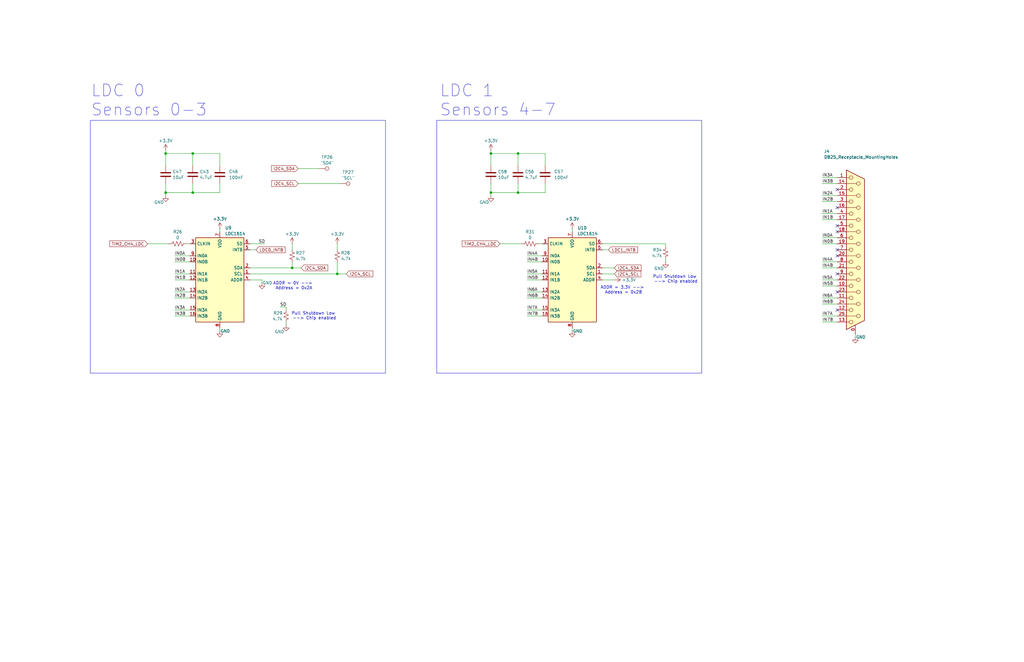
<source format=kicad_sch>
(kicad_sch
	(version 20231120)
	(generator "eeschema")
	(generator_version "8.0")
	(uuid "e8efdf95-7a98-4dde-9b02-64355d06ebc9")
	(paper "B")
	(title_block
		(title "KASM Actuator PCBA Rev2")
		(date "2024-09-28")
		(rev "2")
	)
	(lib_symbols
		(symbol "Connector:DB25_Receptacle_MountingHoles"
			(pin_names
				(offset 1.016) hide)
			(exclude_from_sim no)
			(in_bom yes)
			(on_board yes)
			(property "Reference" "J"
				(at 0 36.83 0)
				(effects
					(font
						(size 1.27 1.27)
					)
				)
			)
			(property "Value" "DB25_Receptacle_MountingHoles"
				(at 0 34.925 0)
				(effects
					(font
						(size 1.27 1.27)
					)
				)
			)
			(property "Footprint" ""
				(at 0 0 0)
				(effects
					(font
						(size 1.27 1.27)
					)
					(hide yes)
				)
			)
			(property "Datasheet" " ~"
				(at 0 0 0)
				(effects
					(font
						(size 1.27 1.27)
					)
					(hide yes)
				)
			)
			(property "Description" "25-pin female receptacle socket D-SUB connector, Mounting Hole"
				(at 0 0 0)
				(effects
					(font
						(size 1.27 1.27)
					)
					(hide yes)
				)
			)
			(property "ki_keywords" "female receptacle D-SUB connector"
				(at 0 0 0)
				(effects
					(font
						(size 1.27 1.27)
					)
					(hide yes)
				)
			)
			(property "ki_fp_filters" "DSUB*Female*"
				(at 0 0 0)
				(effects
					(font
						(size 1.27 1.27)
					)
					(hide yes)
				)
			)
			(symbol "DB25_Receptacle_MountingHoles_0_1"
				(circle
					(center -1.778 -30.48)
					(radius 0.762)
					(stroke
						(width 0)
						(type default)
					)
					(fill
						(type none)
					)
				)
				(circle
					(center -1.778 -25.4)
					(radius 0.762)
					(stroke
						(width 0)
						(type default)
					)
					(fill
						(type none)
					)
				)
				(circle
					(center -1.778 -20.32)
					(radius 0.762)
					(stroke
						(width 0)
						(type default)
					)
					(fill
						(type none)
					)
				)
				(circle
					(center -1.778 -15.24)
					(radius 0.762)
					(stroke
						(width 0)
						(type default)
					)
					(fill
						(type none)
					)
				)
				(circle
					(center -1.778 -10.16)
					(radius 0.762)
					(stroke
						(width 0)
						(type default)
					)
					(fill
						(type none)
					)
				)
				(circle
					(center -1.778 -5.08)
					(radius 0.762)
					(stroke
						(width 0)
						(type default)
					)
					(fill
						(type none)
					)
				)
				(circle
					(center -1.778 0)
					(radius 0.762)
					(stroke
						(width 0)
						(type default)
					)
					(fill
						(type none)
					)
				)
				(circle
					(center -1.778 5.08)
					(radius 0.762)
					(stroke
						(width 0)
						(type default)
					)
					(fill
						(type none)
					)
				)
				(circle
					(center -1.778 10.16)
					(radius 0.762)
					(stroke
						(width 0)
						(type default)
					)
					(fill
						(type none)
					)
				)
				(circle
					(center -1.778 15.24)
					(radius 0.762)
					(stroke
						(width 0)
						(type default)
					)
					(fill
						(type none)
					)
				)
				(circle
					(center -1.778 20.32)
					(radius 0.762)
					(stroke
						(width 0)
						(type default)
					)
					(fill
						(type none)
					)
				)
				(circle
					(center -1.778 25.4)
					(radius 0.762)
					(stroke
						(width 0)
						(type default)
					)
					(fill
						(type none)
					)
				)
				(circle
					(center -1.778 30.48)
					(radius 0.762)
					(stroke
						(width 0)
						(type default)
					)
					(fill
						(type none)
					)
				)
				(polyline
					(pts
						(xy -3.81 -30.48) (xy -2.54 -30.48)
					)
					(stroke
						(width 0)
						(type default)
					)
					(fill
						(type none)
					)
				)
				(polyline
					(pts
						(xy -3.81 -27.94) (xy 0.508 -27.94)
					)
					(stroke
						(width 0)
						(type default)
					)
					(fill
						(type none)
					)
				)
				(polyline
					(pts
						(xy -3.81 -25.4) (xy -2.54 -25.4)
					)
					(stroke
						(width 0)
						(type default)
					)
					(fill
						(type none)
					)
				)
				(polyline
					(pts
						(xy -3.81 -22.86) (xy 0.508 -22.86)
					)
					(stroke
						(width 0)
						(type default)
					)
					(fill
						(type none)
					)
				)
				(polyline
					(pts
						(xy -3.81 -20.32) (xy -2.54 -20.32)
					)
					(stroke
						(width 0)
						(type default)
					)
					(fill
						(type none)
					)
				)
				(polyline
					(pts
						(xy -3.81 -17.78) (xy 0.508 -17.78)
					)
					(stroke
						(width 0)
						(type default)
					)
					(fill
						(type none)
					)
				)
				(polyline
					(pts
						(xy -3.81 -15.24) (xy -2.54 -15.24)
					)
					(stroke
						(width 0)
						(type default)
					)
					(fill
						(type none)
					)
				)
				(polyline
					(pts
						(xy -3.81 -12.7) (xy 0.508 -12.7)
					)
					(stroke
						(width 0)
						(type default)
					)
					(fill
						(type none)
					)
				)
				(polyline
					(pts
						(xy -3.81 -10.16) (xy -2.54 -10.16)
					)
					(stroke
						(width 0)
						(type default)
					)
					(fill
						(type none)
					)
				)
				(polyline
					(pts
						(xy -3.81 -7.62) (xy 0.508 -7.62)
					)
					(stroke
						(width 0)
						(type default)
					)
					(fill
						(type none)
					)
				)
				(polyline
					(pts
						(xy -3.81 -5.08) (xy -2.54 -5.08)
					)
					(stroke
						(width 0)
						(type default)
					)
					(fill
						(type none)
					)
				)
				(polyline
					(pts
						(xy -3.81 -2.54) (xy 0.508 -2.54)
					)
					(stroke
						(width 0)
						(type default)
					)
					(fill
						(type none)
					)
				)
				(polyline
					(pts
						(xy -3.81 0) (xy -2.54 0)
					)
					(stroke
						(width 0)
						(type default)
					)
					(fill
						(type none)
					)
				)
				(polyline
					(pts
						(xy -3.81 2.54) (xy 0.508 2.54)
					)
					(stroke
						(width 0)
						(type default)
					)
					(fill
						(type none)
					)
				)
				(polyline
					(pts
						(xy -3.81 5.08) (xy -2.54 5.08)
					)
					(stroke
						(width 0)
						(type default)
					)
					(fill
						(type none)
					)
				)
				(polyline
					(pts
						(xy -3.81 7.62) (xy 0.508 7.62)
					)
					(stroke
						(width 0)
						(type default)
					)
					(fill
						(type none)
					)
				)
				(polyline
					(pts
						(xy -3.81 10.16) (xy -2.54 10.16)
					)
					(stroke
						(width 0)
						(type default)
					)
					(fill
						(type none)
					)
				)
				(polyline
					(pts
						(xy -3.81 12.7) (xy 0.508 12.7)
					)
					(stroke
						(width 0)
						(type default)
					)
					(fill
						(type none)
					)
				)
				(polyline
					(pts
						(xy -3.81 15.24) (xy -2.54 15.24)
					)
					(stroke
						(width 0)
						(type default)
					)
					(fill
						(type none)
					)
				)
				(polyline
					(pts
						(xy -3.81 17.78) (xy 0.508 17.78)
					)
					(stroke
						(width 0)
						(type default)
					)
					(fill
						(type none)
					)
				)
				(polyline
					(pts
						(xy -3.81 20.32) (xy -2.54 20.32)
					)
					(stroke
						(width 0)
						(type default)
					)
					(fill
						(type none)
					)
				)
				(polyline
					(pts
						(xy -3.81 22.86) (xy 0.508 22.86)
					)
					(stroke
						(width 0)
						(type default)
					)
					(fill
						(type none)
					)
				)
				(polyline
					(pts
						(xy -3.81 25.4) (xy -2.54 25.4)
					)
					(stroke
						(width 0)
						(type default)
					)
					(fill
						(type none)
					)
				)
				(polyline
					(pts
						(xy -3.81 27.94) (xy 0.508 27.94)
					)
					(stroke
						(width 0)
						(type default)
					)
					(fill
						(type none)
					)
				)
				(polyline
					(pts
						(xy -3.81 30.48) (xy -2.54 30.48)
					)
					(stroke
						(width 0)
						(type default)
					)
					(fill
						(type none)
					)
				)
				(polyline
					(pts
						(xy -3.81 33.655) (xy 3.81 29.845) (xy 3.81 -29.845) (xy -3.81 -33.655) (xy -3.81 33.655)
					)
					(stroke
						(width 0.254)
						(type default)
					)
					(fill
						(type background)
					)
				)
				(circle
					(center 1.27 -27.94)
					(radius 0.762)
					(stroke
						(width 0)
						(type default)
					)
					(fill
						(type none)
					)
				)
				(circle
					(center 1.27 -22.86)
					(radius 0.762)
					(stroke
						(width 0)
						(type default)
					)
					(fill
						(type none)
					)
				)
				(circle
					(center 1.27 -17.78)
					(radius 0.762)
					(stroke
						(width 0)
						(type default)
					)
					(fill
						(type none)
					)
				)
				(circle
					(center 1.27 -12.7)
					(radius 0.762)
					(stroke
						(width 0)
						(type default)
					)
					(fill
						(type none)
					)
				)
				(circle
					(center 1.27 -7.62)
					(radius 0.762)
					(stroke
						(width 0)
						(type default)
					)
					(fill
						(type none)
					)
				)
				(circle
					(center 1.27 -2.54)
					(radius 0.762)
					(stroke
						(width 0)
						(type default)
					)
					(fill
						(type none)
					)
				)
				(circle
					(center 1.27 2.54)
					(radius 0.762)
					(stroke
						(width 0)
						(type default)
					)
					(fill
						(type none)
					)
				)
				(circle
					(center 1.27 7.62)
					(radius 0.762)
					(stroke
						(width 0)
						(type default)
					)
					(fill
						(type none)
					)
				)
				(circle
					(center 1.27 12.7)
					(radius 0.762)
					(stroke
						(width 0)
						(type default)
					)
					(fill
						(type none)
					)
				)
				(circle
					(center 1.27 17.78)
					(radius 0.762)
					(stroke
						(width 0)
						(type default)
					)
					(fill
						(type none)
					)
				)
				(circle
					(center 1.27 22.86)
					(radius 0.762)
					(stroke
						(width 0)
						(type default)
					)
					(fill
						(type none)
					)
				)
				(circle
					(center 1.27 27.94)
					(radius 0.762)
					(stroke
						(width 0)
						(type default)
					)
					(fill
						(type none)
					)
				)
			)
			(symbol "DB25_Receptacle_MountingHoles_1_1"
				(pin passive line
					(at 0 -35.56 90)
					(length 3.81)
					(name "PAD"
						(effects
							(font
								(size 1.27 1.27)
							)
						)
					)
					(number "0"
						(effects
							(font
								(size 1.27 1.27)
							)
						)
					)
				)
				(pin passive line
					(at -7.62 30.48 0)
					(length 3.81)
					(name "1"
						(effects
							(font
								(size 1.27 1.27)
							)
						)
					)
					(number "1"
						(effects
							(font
								(size 1.27 1.27)
							)
						)
					)
				)
				(pin passive line
					(at -7.62 -15.24 0)
					(length 3.81)
					(name "10"
						(effects
							(font
								(size 1.27 1.27)
							)
						)
					)
					(number "10"
						(effects
							(font
								(size 1.27 1.27)
							)
						)
					)
				)
				(pin passive line
					(at -7.62 -20.32 0)
					(length 3.81)
					(name "11"
						(effects
							(font
								(size 1.27 1.27)
							)
						)
					)
					(number "11"
						(effects
							(font
								(size 1.27 1.27)
							)
						)
					)
				)
				(pin passive line
					(at -7.62 -25.4 0)
					(length 3.81)
					(name "12"
						(effects
							(font
								(size 1.27 1.27)
							)
						)
					)
					(number "12"
						(effects
							(font
								(size 1.27 1.27)
							)
						)
					)
				)
				(pin passive line
					(at -7.62 -30.48 0)
					(length 3.81)
					(name "13"
						(effects
							(font
								(size 1.27 1.27)
							)
						)
					)
					(number "13"
						(effects
							(font
								(size 1.27 1.27)
							)
						)
					)
				)
				(pin passive line
					(at -7.62 27.94 0)
					(length 3.81)
					(name "P14"
						(effects
							(font
								(size 1.27 1.27)
							)
						)
					)
					(number "14"
						(effects
							(font
								(size 1.27 1.27)
							)
						)
					)
				)
				(pin passive line
					(at -7.62 22.86 0)
					(length 3.81)
					(name "P15"
						(effects
							(font
								(size 1.27 1.27)
							)
						)
					)
					(number "15"
						(effects
							(font
								(size 1.27 1.27)
							)
						)
					)
				)
				(pin passive line
					(at -7.62 17.78 0)
					(length 3.81)
					(name "P16"
						(effects
							(font
								(size 1.27 1.27)
							)
						)
					)
					(number "16"
						(effects
							(font
								(size 1.27 1.27)
							)
						)
					)
				)
				(pin passive line
					(at -7.62 12.7 0)
					(length 3.81)
					(name "P17"
						(effects
							(font
								(size 1.27 1.27)
							)
						)
					)
					(number "17"
						(effects
							(font
								(size 1.27 1.27)
							)
						)
					)
				)
				(pin passive line
					(at -7.62 7.62 0)
					(length 3.81)
					(name "P18"
						(effects
							(font
								(size 1.27 1.27)
							)
						)
					)
					(number "18"
						(effects
							(font
								(size 1.27 1.27)
							)
						)
					)
				)
				(pin passive line
					(at -7.62 2.54 0)
					(length 3.81)
					(name "P19"
						(effects
							(font
								(size 1.27 1.27)
							)
						)
					)
					(number "19"
						(effects
							(font
								(size 1.27 1.27)
							)
						)
					)
				)
				(pin passive line
					(at -7.62 25.4 0)
					(length 3.81)
					(name "2"
						(effects
							(font
								(size 1.27 1.27)
							)
						)
					)
					(number "2"
						(effects
							(font
								(size 1.27 1.27)
							)
						)
					)
				)
				(pin passive line
					(at -7.62 -2.54 0)
					(length 3.81)
					(name "P20"
						(effects
							(font
								(size 1.27 1.27)
							)
						)
					)
					(number "20"
						(effects
							(font
								(size 1.27 1.27)
							)
						)
					)
				)
				(pin passive line
					(at -7.62 -7.62 0)
					(length 3.81)
					(name "P21"
						(effects
							(font
								(size 1.27 1.27)
							)
						)
					)
					(number "21"
						(effects
							(font
								(size 1.27 1.27)
							)
						)
					)
				)
				(pin passive line
					(at -7.62 -12.7 0)
					(length 3.81)
					(name "P22"
						(effects
							(font
								(size 1.27 1.27)
							)
						)
					)
					(number "22"
						(effects
							(font
								(size 1.27 1.27)
							)
						)
					)
				)
				(pin passive line
					(at -7.62 -17.78 0)
					(length 3.81)
					(name "P23"
						(effects
							(font
								(size 1.27 1.27)
							)
						)
					)
					(number "23"
						(effects
							(font
								(size 1.27 1.27)
							)
						)
					)
				)
				(pin passive line
					(at -7.62 -22.86 0)
					(length 3.81)
					(name "P24"
						(effects
							(font
								(size 1.27 1.27)
							)
						)
					)
					(number "24"
						(effects
							(font
								(size 1.27 1.27)
							)
						)
					)
				)
				(pin passive line
					(at -7.62 -27.94 0)
					(length 3.81)
					(name "P25"
						(effects
							(font
								(size 1.27 1.27)
							)
						)
					)
					(number "25"
						(effects
							(font
								(size 1.27 1.27)
							)
						)
					)
				)
				(pin passive line
					(at -7.62 20.32 0)
					(length 3.81)
					(name "3"
						(effects
							(font
								(size 1.27 1.27)
							)
						)
					)
					(number "3"
						(effects
							(font
								(size 1.27 1.27)
							)
						)
					)
				)
				(pin passive line
					(at -7.62 15.24 0)
					(length 3.81)
					(name "4"
						(effects
							(font
								(size 1.27 1.27)
							)
						)
					)
					(number "4"
						(effects
							(font
								(size 1.27 1.27)
							)
						)
					)
				)
				(pin passive line
					(at -7.62 10.16 0)
					(length 3.81)
					(name "5"
						(effects
							(font
								(size 1.27 1.27)
							)
						)
					)
					(number "5"
						(effects
							(font
								(size 1.27 1.27)
							)
						)
					)
				)
				(pin passive line
					(at -7.62 5.08 0)
					(length 3.81)
					(name "6"
						(effects
							(font
								(size 1.27 1.27)
							)
						)
					)
					(number "6"
						(effects
							(font
								(size 1.27 1.27)
							)
						)
					)
				)
				(pin passive line
					(at -7.62 0 0)
					(length 3.81)
					(name "7"
						(effects
							(font
								(size 1.27 1.27)
							)
						)
					)
					(number "7"
						(effects
							(font
								(size 1.27 1.27)
							)
						)
					)
				)
				(pin passive line
					(at -7.62 -5.08 0)
					(length 3.81)
					(name "8"
						(effects
							(font
								(size 1.27 1.27)
							)
						)
					)
					(number "8"
						(effects
							(font
								(size 1.27 1.27)
							)
						)
					)
				)
				(pin passive line
					(at -7.62 -10.16 0)
					(length 3.81)
					(name "9"
						(effects
							(font
								(size 1.27 1.27)
							)
						)
					)
					(number "9"
						(effects
							(font
								(size 1.27 1.27)
							)
						)
					)
				)
			)
		)
		(symbol "Connector:TestPoint"
			(pin_numbers hide)
			(pin_names
				(offset 0.762) hide)
			(exclude_from_sim no)
			(in_bom yes)
			(on_board yes)
			(property "Reference" "TP"
				(at 0 6.858 0)
				(effects
					(font
						(size 1.27 1.27)
					)
				)
			)
			(property "Value" "TestPoint"
				(at 0 5.08 0)
				(effects
					(font
						(size 1.27 1.27)
					)
				)
			)
			(property "Footprint" ""
				(at 5.08 0 0)
				(effects
					(font
						(size 1.27 1.27)
					)
					(hide yes)
				)
			)
			(property "Datasheet" "~"
				(at 5.08 0 0)
				(effects
					(font
						(size 1.27 1.27)
					)
					(hide yes)
				)
			)
			(property "Description" "test point"
				(at 0 0 0)
				(effects
					(font
						(size 1.27 1.27)
					)
					(hide yes)
				)
			)
			(property "ki_keywords" "test point tp"
				(at 0 0 0)
				(effects
					(font
						(size 1.27 1.27)
					)
					(hide yes)
				)
			)
			(property "ki_fp_filters" "Pin* Test*"
				(at 0 0 0)
				(effects
					(font
						(size 1.27 1.27)
					)
					(hide yes)
				)
			)
			(symbol "TestPoint_0_1"
				(circle
					(center 0 3.302)
					(radius 0.762)
					(stroke
						(width 0)
						(type default)
					)
					(fill
						(type none)
					)
				)
			)
			(symbol "TestPoint_1_1"
				(pin passive line
					(at 0 0 90)
					(length 2.54)
					(name "1"
						(effects
							(font
								(size 1.27 1.27)
							)
						)
					)
					(number "1"
						(effects
							(font
								(size 1.27 1.27)
							)
						)
					)
				)
			)
		)
		(symbol "Device:C"
			(pin_numbers hide)
			(pin_names
				(offset 0.254)
			)
			(exclude_from_sim no)
			(in_bom yes)
			(on_board yes)
			(property "Reference" "C"
				(at 0.635 2.54 0)
				(effects
					(font
						(size 1.27 1.27)
					)
					(justify left)
				)
			)
			(property "Value" "C"
				(at 0.635 -2.54 0)
				(effects
					(font
						(size 1.27 1.27)
					)
					(justify left)
				)
			)
			(property "Footprint" ""
				(at 0.9652 -3.81 0)
				(effects
					(font
						(size 1.27 1.27)
					)
					(hide yes)
				)
			)
			(property "Datasheet" "~"
				(at 0 0 0)
				(effects
					(font
						(size 1.27 1.27)
					)
					(hide yes)
				)
			)
			(property "Description" "Unpolarized capacitor"
				(at 0 0 0)
				(effects
					(font
						(size 1.27 1.27)
					)
					(hide yes)
				)
			)
			(property "ki_keywords" "cap capacitor"
				(at 0 0 0)
				(effects
					(font
						(size 1.27 1.27)
					)
					(hide yes)
				)
			)
			(property "ki_fp_filters" "C_*"
				(at 0 0 0)
				(effects
					(font
						(size 1.27 1.27)
					)
					(hide yes)
				)
			)
			(symbol "C_0_1"
				(polyline
					(pts
						(xy -2.032 -0.762) (xy 2.032 -0.762)
					)
					(stroke
						(width 0.508)
						(type default)
					)
					(fill
						(type none)
					)
				)
				(polyline
					(pts
						(xy -2.032 0.762) (xy 2.032 0.762)
					)
					(stroke
						(width 0.508)
						(type default)
					)
					(fill
						(type none)
					)
				)
			)
			(symbol "C_1_1"
				(pin passive line
					(at 0 3.81 270)
					(length 2.794)
					(name "~"
						(effects
							(font
								(size 1.27 1.27)
							)
						)
					)
					(number "1"
						(effects
							(font
								(size 1.27 1.27)
							)
						)
					)
				)
				(pin passive line
					(at 0 -3.81 90)
					(length 2.794)
					(name "~"
						(effects
							(font
								(size 1.27 1.27)
							)
						)
					)
					(number "2"
						(effects
							(font
								(size 1.27 1.27)
							)
						)
					)
				)
			)
		)
		(symbol "Device:R_Small_US"
			(pin_numbers hide)
			(pin_names
				(offset 0.254) hide)
			(exclude_from_sim no)
			(in_bom yes)
			(on_board yes)
			(property "Reference" "R"
				(at 0.762 0.508 0)
				(effects
					(font
						(size 1.27 1.27)
					)
					(justify left)
				)
			)
			(property "Value" "R_Small_US"
				(at 0.762 -1.016 0)
				(effects
					(font
						(size 1.27 1.27)
					)
					(justify left)
				)
			)
			(property "Footprint" ""
				(at 0 0 0)
				(effects
					(font
						(size 1.27 1.27)
					)
					(hide yes)
				)
			)
			(property "Datasheet" "~"
				(at 0 0 0)
				(effects
					(font
						(size 1.27 1.27)
					)
					(hide yes)
				)
			)
			(property "Description" "Resistor, small US symbol"
				(at 0 0 0)
				(effects
					(font
						(size 1.27 1.27)
					)
					(hide yes)
				)
			)
			(property "ki_keywords" "r resistor"
				(at 0 0 0)
				(effects
					(font
						(size 1.27 1.27)
					)
					(hide yes)
				)
			)
			(property "ki_fp_filters" "R_*"
				(at 0 0 0)
				(effects
					(font
						(size 1.27 1.27)
					)
					(hide yes)
				)
			)
			(symbol "R_Small_US_1_1"
				(polyline
					(pts
						(xy 0 0) (xy 1.016 -0.381) (xy 0 -0.762) (xy -1.016 -1.143) (xy 0 -1.524)
					)
					(stroke
						(width 0)
						(type default)
					)
					(fill
						(type none)
					)
				)
				(polyline
					(pts
						(xy 0 1.524) (xy 1.016 1.143) (xy 0 0.762) (xy -1.016 0.381) (xy 0 0)
					)
					(stroke
						(width 0)
						(type default)
					)
					(fill
						(type none)
					)
				)
				(pin passive line
					(at 0 2.54 270)
					(length 1.016)
					(name "~"
						(effects
							(font
								(size 1.27 1.27)
							)
						)
					)
					(number "1"
						(effects
							(font
								(size 1.27 1.27)
							)
						)
					)
				)
				(pin passive line
					(at 0 -2.54 90)
					(length 1.016)
					(name "~"
						(effects
							(font
								(size 1.27 1.27)
							)
						)
					)
					(number "2"
						(effects
							(font
								(size 1.27 1.27)
							)
						)
					)
				)
			)
		)
		(symbol "Device:R_US"
			(pin_numbers hide)
			(pin_names
				(offset 0)
			)
			(exclude_from_sim no)
			(in_bom yes)
			(on_board yes)
			(property "Reference" "R"
				(at 2.54 0 90)
				(effects
					(font
						(size 1.27 1.27)
					)
				)
			)
			(property "Value" "R_US"
				(at -2.54 0 90)
				(effects
					(font
						(size 1.27 1.27)
					)
				)
			)
			(property "Footprint" ""
				(at 1.016 -0.254 90)
				(effects
					(font
						(size 1.27 1.27)
					)
					(hide yes)
				)
			)
			(property "Datasheet" "~"
				(at 0 0 0)
				(effects
					(font
						(size 1.27 1.27)
					)
					(hide yes)
				)
			)
			(property "Description" "Resistor, US symbol"
				(at 0 0 0)
				(effects
					(font
						(size 1.27 1.27)
					)
					(hide yes)
				)
			)
			(property "ki_keywords" "R res resistor"
				(at 0 0 0)
				(effects
					(font
						(size 1.27 1.27)
					)
					(hide yes)
				)
			)
			(property "ki_fp_filters" "R_*"
				(at 0 0 0)
				(effects
					(font
						(size 1.27 1.27)
					)
					(hide yes)
				)
			)
			(symbol "R_US_0_1"
				(polyline
					(pts
						(xy 0 -2.286) (xy 0 -2.54)
					)
					(stroke
						(width 0)
						(type default)
					)
					(fill
						(type none)
					)
				)
				(polyline
					(pts
						(xy 0 2.286) (xy 0 2.54)
					)
					(stroke
						(width 0)
						(type default)
					)
					(fill
						(type none)
					)
				)
				(polyline
					(pts
						(xy 0 -0.762) (xy 1.016 -1.143) (xy 0 -1.524) (xy -1.016 -1.905) (xy 0 -2.286)
					)
					(stroke
						(width 0)
						(type default)
					)
					(fill
						(type none)
					)
				)
				(polyline
					(pts
						(xy 0 0.762) (xy 1.016 0.381) (xy 0 0) (xy -1.016 -0.381) (xy 0 -0.762)
					)
					(stroke
						(width 0)
						(type default)
					)
					(fill
						(type none)
					)
				)
				(polyline
					(pts
						(xy 0 2.286) (xy 1.016 1.905) (xy 0 1.524) (xy -1.016 1.143) (xy 0 0.762)
					)
					(stroke
						(width 0)
						(type default)
					)
					(fill
						(type none)
					)
				)
			)
			(symbol "R_US_1_1"
				(pin passive line
					(at 0 3.81 270)
					(length 1.27)
					(name "~"
						(effects
							(font
								(size 1.27 1.27)
							)
						)
					)
					(number "1"
						(effects
							(font
								(size 1.27 1.27)
							)
						)
					)
				)
				(pin passive line
					(at 0 -3.81 90)
					(length 1.27)
					(name "~"
						(effects
							(font
								(size 1.27 1.27)
							)
						)
					)
					(number "2"
						(effects
							(font
								(size 1.27 1.27)
							)
						)
					)
				)
			)
		)
		(symbol "Sensor_Proximity:LDC1614"
			(exclude_from_sim no)
			(in_bom yes)
			(on_board yes)
			(property "Reference" "U"
				(at -8.89 19.05 0)
				(effects
					(font
						(size 1.27 1.27)
					)
				)
			)
			(property "Value" "LDC1614"
				(at 6.35 19.05 0)
				(effects
					(font
						(size 1.27 1.27)
					)
				)
			)
			(property "Footprint" "Package_DFN_QFN:WQFN-16-1EP_4x4mm_P0.5mm_EP2.6x2.6mm_ThermalVias"
				(at 7.62 0 0)
				(effects
					(font
						(size 1.27 1.27)
					)
					(hide yes)
				)
			)
			(property "Datasheet" "http://www.ti.com/lit/ds/symlink/ldc1612.pdf"
				(at 0 2.54 0)
				(effects
					(font
						(size 1.27 1.27)
					)
					(hide yes)
				)
			)
			(property "Description" "Inductance to digital converter, 4-channel 28-bit, WQFN-16"
				(at 0 0 0)
				(effects
					(font
						(size 1.27 1.27)
					)
					(hide yes)
				)
			)
			(property "ki_keywords" "inductance sensor"
				(at 0 0 0)
				(effects
					(font
						(size 1.27 1.27)
					)
					(hide yes)
				)
			)
			(property "ki_fp_filters" "WQFN*1EP*4x4mm*P0.5mm*"
				(at 0 0 0)
				(effects
					(font
						(size 1.27 1.27)
					)
					(hide yes)
				)
			)
			(symbol "LDC1614_0_1"
				(rectangle
					(start -10.16 -17.78)
					(end 10.16 17.78)
					(stroke
						(width 0.254)
						(type default)
					)
					(fill
						(type background)
					)
				)
			)
			(symbol "LDC1614_1_1"
				(pin input line
					(at 12.7 2.54 180)
					(length 2.54)
					(name "SCL"
						(effects
							(font
								(size 1.27 1.27)
							)
						)
					)
					(number "1"
						(effects
							(font
								(size 1.27 1.27)
							)
						)
					)
				)
				(pin input line
					(at -12.7 7.62 0)
					(length 2.54)
					(name "IN0B"
						(effects
							(font
								(size 1.27 1.27)
							)
						)
					)
					(number "10"
						(effects
							(font
								(size 1.27 1.27)
							)
						)
					)
				)
				(pin input line
					(at -12.7 2.54 0)
					(length 2.54)
					(name "IN1A"
						(effects
							(font
								(size 1.27 1.27)
							)
						)
					)
					(number "11"
						(effects
							(font
								(size 1.27 1.27)
							)
						)
					)
				)
				(pin input line
					(at -12.7 0 0)
					(length 2.54)
					(name "IN1B"
						(effects
							(font
								(size 1.27 1.27)
							)
						)
					)
					(number "12"
						(effects
							(font
								(size 1.27 1.27)
							)
						)
					)
				)
				(pin input line
					(at -12.7 -5.08 0)
					(length 2.54)
					(name "IN2A"
						(effects
							(font
								(size 1.27 1.27)
							)
						)
					)
					(number "13"
						(effects
							(font
								(size 1.27 1.27)
							)
						)
					)
				)
				(pin input line
					(at -12.7 -7.62 0)
					(length 2.54)
					(name "IN2B"
						(effects
							(font
								(size 1.27 1.27)
							)
						)
					)
					(number "14"
						(effects
							(font
								(size 1.27 1.27)
							)
						)
					)
				)
				(pin input line
					(at -12.7 -12.7 0)
					(length 2.54)
					(name "IN3A"
						(effects
							(font
								(size 1.27 1.27)
							)
						)
					)
					(number "15"
						(effects
							(font
								(size 1.27 1.27)
							)
						)
					)
				)
				(pin input line
					(at -12.7 -15.24 0)
					(length 2.54)
					(name "IN3B"
						(effects
							(font
								(size 1.27 1.27)
							)
						)
					)
					(number "16"
						(effects
							(font
								(size 1.27 1.27)
							)
						)
					)
				)
				(pin passive line
					(at 0 -20.32 90)
					(length 2.54) hide
					(name "GND"
						(effects
							(font
								(size 1.27 1.27)
							)
						)
					)
					(number "17"
						(effects
							(font
								(size 1.27 1.27)
							)
						)
					)
				)
				(pin bidirectional line
					(at 12.7 5.08 180)
					(length 2.54)
					(name "SDA"
						(effects
							(font
								(size 1.27 1.27)
							)
						)
					)
					(number "2"
						(effects
							(font
								(size 1.27 1.27)
							)
						)
					)
				)
				(pin input line
					(at -12.7 15.24 0)
					(length 2.54)
					(name "CLKIN"
						(effects
							(font
								(size 1.27 1.27)
							)
						)
					)
					(number "3"
						(effects
							(font
								(size 1.27 1.27)
							)
						)
					)
				)
				(pin input line
					(at 12.7 0 180)
					(length 2.54)
					(name "ADDR"
						(effects
							(font
								(size 1.27 1.27)
							)
						)
					)
					(number "4"
						(effects
							(font
								(size 1.27 1.27)
							)
						)
					)
				)
				(pin open_collector line
					(at 12.7 12.7 180)
					(length 2.54)
					(name "INTB"
						(effects
							(font
								(size 1.27 1.27)
							)
						)
					)
					(number "5"
						(effects
							(font
								(size 1.27 1.27)
							)
						)
					)
				)
				(pin input line
					(at 12.7 15.24 180)
					(length 2.54)
					(name "SD"
						(effects
							(font
								(size 1.27 1.27)
							)
						)
					)
					(number "6"
						(effects
							(font
								(size 1.27 1.27)
							)
						)
					)
				)
				(pin power_in line
					(at 0 20.32 270)
					(length 2.54)
					(name "VDD"
						(effects
							(font
								(size 1.27 1.27)
							)
						)
					)
					(number "7"
						(effects
							(font
								(size 1.27 1.27)
							)
						)
					)
				)
				(pin power_in line
					(at 0 -20.32 90)
					(length 2.54)
					(name "GND"
						(effects
							(font
								(size 1.27 1.27)
							)
						)
					)
					(number "8"
						(effects
							(font
								(size 1.27 1.27)
							)
						)
					)
				)
				(pin input line
					(at -12.7 10.16 0)
					(length 2.54)
					(name "IN0A"
						(effects
							(font
								(size 1.27 1.27)
							)
						)
					)
					(number "9"
						(effects
							(font
								(size 1.27 1.27)
							)
						)
					)
				)
			)
		)
		(symbol "power:+3V3"
			(power)
			(pin_numbers hide)
			(pin_names
				(offset 0) hide)
			(exclude_from_sim no)
			(in_bom yes)
			(on_board yes)
			(property "Reference" "#PWR"
				(at 0 -3.81 0)
				(effects
					(font
						(size 1.27 1.27)
					)
					(hide yes)
				)
			)
			(property "Value" "+3V3"
				(at 0 3.556 0)
				(effects
					(font
						(size 1.27 1.27)
					)
				)
			)
			(property "Footprint" ""
				(at 0 0 0)
				(effects
					(font
						(size 1.27 1.27)
					)
					(hide yes)
				)
			)
			(property "Datasheet" ""
				(at 0 0 0)
				(effects
					(font
						(size 1.27 1.27)
					)
					(hide yes)
				)
			)
			(property "Description" "Power symbol creates a global label with name \"+3V3\""
				(at 0 0 0)
				(effects
					(font
						(size 1.27 1.27)
					)
					(hide yes)
				)
			)
			(property "ki_keywords" "global power"
				(at 0 0 0)
				(effects
					(font
						(size 1.27 1.27)
					)
					(hide yes)
				)
			)
			(symbol "+3V3_0_1"
				(polyline
					(pts
						(xy -0.762 1.27) (xy 0 2.54)
					)
					(stroke
						(width 0)
						(type default)
					)
					(fill
						(type none)
					)
				)
				(polyline
					(pts
						(xy 0 0) (xy 0 2.54)
					)
					(stroke
						(width 0)
						(type default)
					)
					(fill
						(type none)
					)
				)
				(polyline
					(pts
						(xy 0 2.54) (xy 0.762 1.27)
					)
					(stroke
						(width 0)
						(type default)
					)
					(fill
						(type none)
					)
				)
			)
			(symbol "+3V3_1_1"
				(pin power_in line
					(at 0 0 90)
					(length 0)
					(name "~"
						(effects
							(font
								(size 1.27 1.27)
							)
						)
					)
					(number "1"
						(effects
							(font
								(size 1.27 1.27)
							)
						)
					)
				)
			)
		)
		(symbol "power:GND"
			(power)
			(pin_numbers hide)
			(pin_names
				(offset 0) hide)
			(exclude_from_sim no)
			(in_bom yes)
			(on_board yes)
			(property "Reference" "#PWR"
				(at 0 -6.35 0)
				(effects
					(font
						(size 1.27 1.27)
					)
					(hide yes)
				)
			)
			(property "Value" "GND"
				(at 0 -3.81 0)
				(effects
					(font
						(size 1.27 1.27)
					)
				)
			)
			(property "Footprint" ""
				(at 0 0 0)
				(effects
					(font
						(size 1.27 1.27)
					)
					(hide yes)
				)
			)
			(property "Datasheet" ""
				(at 0 0 0)
				(effects
					(font
						(size 1.27 1.27)
					)
					(hide yes)
				)
			)
			(property "Description" "Power symbol creates a global label with name \"GND\" , ground"
				(at 0 0 0)
				(effects
					(font
						(size 1.27 1.27)
					)
					(hide yes)
				)
			)
			(property "ki_keywords" "global power"
				(at 0 0 0)
				(effects
					(font
						(size 1.27 1.27)
					)
					(hide yes)
				)
			)
			(symbol "GND_0_1"
				(polyline
					(pts
						(xy 0 0) (xy 0 -1.27) (xy 1.27 -1.27) (xy 0 -2.54) (xy -1.27 -1.27) (xy 0 -1.27)
					)
					(stroke
						(width 0)
						(type default)
					)
					(fill
						(type none)
					)
				)
			)
			(symbol "GND_1_1"
				(pin power_in line
					(at 0 0 270)
					(length 0)
					(name "~"
						(effects
							(font
								(size 1.27 1.27)
							)
						)
					)
					(number "1"
						(effects
							(font
								(size 1.27 1.27)
							)
						)
					)
				)
			)
		)
	)
	(junction
		(at 81.28 64.77)
		(diameter 0)
		(color 0 0 0 0)
		(uuid "345b1d72-058f-45c8-b831-3d129bd5acce")
	)
	(junction
		(at 69.85 64.77)
		(diameter 0)
		(color 0 0 0 0)
		(uuid "3fcefe0c-7fda-4475-a4be-432c6f668d63")
	)
	(junction
		(at 207.01 64.77)
		(diameter 0)
		(color 0 0 0 0)
		(uuid "481ef73f-d16b-4e5f-9a26-e9c891574b2b")
	)
	(junction
		(at 218.44 64.77)
		(diameter 0)
		(color 0 0 0 0)
		(uuid "638db9ba-5b1f-434d-bb9e-2ca3052968ce")
	)
	(junction
		(at 69.85 81.28)
		(diameter 0)
		(color 0 0 0 0)
		(uuid "87b342a2-a64d-4b7d-ab25-bf86ce5ed8e5")
	)
	(junction
		(at 142.24 115.57)
		(diameter 0)
		(color 0 0 0 0)
		(uuid "8c0a5cf4-e241-46ec-9be2-c515198c92a4")
	)
	(junction
		(at 207.01 81.28)
		(diameter 0)
		(color 0 0 0 0)
		(uuid "9eee7675-f7f8-441e-8acc-8cb85359a440")
	)
	(junction
		(at 123.19 113.03)
		(diameter 0)
		(color 0 0 0 0)
		(uuid "a5455155-6ab4-400e-8328-6a1f6b8b160e")
	)
	(junction
		(at 218.44 81.28)
		(diameter 0)
		(color 0 0 0 0)
		(uuid "c7d81e9f-34e7-4aa6-b2d9-02fb9e3df71b")
	)
	(junction
		(at 81.28 81.28)
		(diameter 0)
		(color 0 0 0 0)
		(uuid "c819f9b3-b172-4740-844b-dce70d86e24a")
	)
	(no_connect
		(at 353.06 95.25)
		(uuid "1ce0caec-0dc0-4296-9ebd-a4ed8e1de030")
	)
	(no_connect
		(at 353.06 105.41)
		(uuid "38d5b2f0-96e4-4593-ab29-2de18c715bd6")
	)
	(no_connect
		(at 353.06 87.63)
		(uuid "4b13e04a-6357-4736-8b6c-d7ba9c9aa5b8")
	)
	(no_connect
		(at 353.06 107.95)
		(uuid "7f7eeace-dd21-4d61-89d2-b824dc937c1c")
	)
	(no_connect
		(at 353.06 97.79)
		(uuid "885aff32-fce5-4f59-a5fd-2ee242515d48")
	)
	(no_connect
		(at 353.06 115.57)
		(uuid "a5a4ee08-a5a9-46ca-b71f-1500eaf5eea3")
	)
	(no_connect
		(at 353.06 130.81)
		(uuid "cdb53f53-f4c2-4e28-85f1-3d065dcad298")
	)
	(no_connect
		(at 353.06 80.01)
		(uuid "e8ffcc09-2b3c-4242-87f7-f873926404cd")
	)
	(no_connect
		(at 353.06 123.19)
		(uuid "eee6644f-dc8d-4c47-afec-154516c287e7")
	)
	(wire
		(pts
			(xy 241.3 96.52) (xy 241.3 97.79)
		)
		(stroke
			(width 0)
			(type default)
		)
		(uuid "059c6f43-26a8-4f97-a510-c11a4d97c3e2")
	)
	(wire
		(pts
			(xy 229.87 81.28) (xy 218.44 81.28)
		)
		(stroke
			(width 0)
			(type default)
		)
		(uuid "0867fb10-ba3f-42cf-bbab-5813129d9990")
	)
	(wire
		(pts
			(xy 73.66 125.73) (xy 80.01 125.73)
		)
		(stroke
			(width 0)
			(type default)
		)
		(uuid "10968068-a010-48e8-81ef-72ba929ed1b9")
	)
	(wire
		(pts
			(xy 346.71 120.65) (xy 353.06 120.65)
		)
		(stroke
			(width 0)
			(type default)
		)
		(uuid "10f993b2-e076-4236-861a-781852eaf456")
	)
	(wire
		(pts
			(xy 222.25 115.57) (xy 228.6 115.57)
		)
		(stroke
			(width 0)
			(type default)
		)
		(uuid "13532864-b360-42bd-8e2e-cabe5e61a5a2")
	)
	(wire
		(pts
			(xy 92.71 81.28) (xy 81.28 81.28)
		)
		(stroke
			(width 0)
			(type default)
		)
		(uuid "13ef38d9-51d1-439b-9029-6add183629f0")
	)
	(wire
		(pts
			(xy 222.25 130.81) (xy 228.6 130.81)
		)
		(stroke
			(width 0)
			(type default)
		)
		(uuid "143a4b83-243c-48d6-a6eb-8d2ec32f025a")
	)
	(wire
		(pts
			(xy 92.71 64.77) (xy 92.71 69.85)
		)
		(stroke
			(width 0)
			(type default)
		)
		(uuid "1479494d-1196-4472-b2f4-7ac8aa57320c")
	)
	(wire
		(pts
			(xy 73.66 107.95) (xy 80.01 107.95)
		)
		(stroke
			(width 0)
			(type default)
		)
		(uuid "163b4b9f-4836-4ff4-89ae-3913be85bec3")
	)
	(wire
		(pts
			(xy 229.87 64.77) (xy 229.87 69.85)
		)
		(stroke
			(width 0)
			(type default)
		)
		(uuid "170a5012-fc20-40b3-b83a-130c153fc45b")
	)
	(wire
		(pts
			(xy 346.71 128.27) (xy 353.06 128.27)
		)
		(stroke
			(width 0)
			(type default)
		)
		(uuid "23cc4cd1-0be5-491d-9be2-0324998338a2")
	)
	(wire
		(pts
			(xy 346.71 102.87) (xy 353.06 102.87)
		)
		(stroke
			(width 0)
			(type default)
		)
		(uuid "24946e19-f3b1-4b42-9c58-8634819f62e1")
	)
	(wire
		(pts
			(xy 346.71 77.47) (xy 353.06 77.47)
		)
		(stroke
			(width 0)
			(type default)
		)
		(uuid "2a781d4f-d2a9-407a-aa61-1215d6035a58")
	)
	(wire
		(pts
			(xy 346.71 135.89) (xy 353.06 135.89)
		)
		(stroke
			(width 0)
			(type default)
		)
		(uuid "2ae9faed-f054-4c69-8dfd-5c83172c10b1")
	)
	(wire
		(pts
			(xy 346.71 82.55) (xy 353.06 82.55)
		)
		(stroke
			(width 0)
			(type default)
		)
		(uuid "2b111097-4e98-47dc-9e41-23c19b55483c")
	)
	(wire
		(pts
			(xy 346.71 90.17) (xy 353.06 90.17)
		)
		(stroke
			(width 0)
			(type default)
		)
		(uuid "2c23b8af-ed7f-4d8e-bd5b-da55c44ccdd8")
	)
	(wire
		(pts
			(xy 69.85 77.47) (xy 69.85 81.28)
		)
		(stroke
			(width 0)
			(type default)
		)
		(uuid "2f6ca6e4-f38a-4202-82f9-cd3e335cd32e")
	)
	(wire
		(pts
			(xy 254 115.57) (xy 259.08 115.57)
		)
		(stroke
			(width 0)
			(type default)
		)
		(uuid "372aaf75-55b1-4298-87f4-fb66972b5962")
	)
	(wire
		(pts
			(xy 69.85 63.5) (xy 69.85 64.77)
		)
		(stroke
			(width 0)
			(type default)
		)
		(uuid "37e245b0-8796-42c1-a760-266b6049a424")
	)
	(wire
		(pts
			(xy 280.67 102.87) (xy 280.67 104.14)
		)
		(stroke
			(width 0)
			(type default)
		)
		(uuid "3d078376-e667-4dee-9994-2161081dab60")
	)
	(wire
		(pts
			(xy 346.71 74.93) (xy 353.06 74.93)
		)
		(stroke
			(width 0)
			(type default)
		)
		(uuid "3ee62980-19eb-4af0-b689-7eea4adf3d13")
	)
	(wire
		(pts
			(xy 346.71 118.11) (xy 353.06 118.11)
		)
		(stroke
			(width 0)
			(type default)
		)
		(uuid "3fd68848-767d-4998-9ce5-2c8113d00080")
	)
	(wire
		(pts
			(xy 346.71 92.71) (xy 353.06 92.71)
		)
		(stroke
			(width 0)
			(type default)
		)
		(uuid "47cab37b-164b-43ba-b4a4-850ce870d7ac")
	)
	(wire
		(pts
			(xy 222.25 125.73) (xy 228.6 125.73)
		)
		(stroke
			(width 0)
			(type default)
		)
		(uuid "49a0bb0c-5df3-4d00-be80-42a4de3ad1ec")
	)
	(wire
		(pts
			(xy 228.6 102.87) (xy 227.33 102.87)
		)
		(stroke
			(width 0)
			(type default)
		)
		(uuid "4c659f2b-4c65-4a47-84e0-328b23868428")
	)
	(wire
		(pts
			(xy 123.19 110.49) (xy 123.19 113.03)
		)
		(stroke
			(width 0)
			(type default)
		)
		(uuid "4e22170c-c76d-4abe-9728-3c8a43ca5d41")
	)
	(wire
		(pts
			(xy 218.44 81.28) (xy 218.44 77.47)
		)
		(stroke
			(width 0)
			(type default)
		)
		(uuid "5050266c-1b33-4d14-bf83-68b765aa249a")
	)
	(wire
		(pts
			(xy 81.28 64.77) (xy 81.28 69.85)
		)
		(stroke
			(width 0)
			(type default)
		)
		(uuid "531023d3-fb01-4f43-aea8-9c05c2030c64")
	)
	(wire
		(pts
			(xy 254 113.03) (xy 259.08 113.03)
		)
		(stroke
			(width 0)
			(type default)
		)
		(uuid "53d77822-b881-41c9-88e6-f025ba9ce6cf")
	)
	(wire
		(pts
			(xy 105.41 118.11) (xy 110.49 118.11)
		)
		(stroke
			(width 0)
			(type default)
		)
		(uuid "562e336a-d451-4fab-9eb1-3ed4a963c1e2")
	)
	(wire
		(pts
			(xy 73.66 115.57) (xy 80.01 115.57)
		)
		(stroke
			(width 0)
			(type default)
		)
		(uuid "5646a93c-d6cc-4341-bbc9-472da99d70b9")
	)
	(wire
		(pts
			(xy 229.87 77.47) (xy 229.87 81.28)
		)
		(stroke
			(width 0)
			(type default)
		)
		(uuid "5696de5a-96d5-4380-9e65-faf157368489")
	)
	(wire
		(pts
			(xy 73.66 110.49) (xy 80.01 110.49)
		)
		(stroke
			(width 0)
			(type default)
		)
		(uuid "5afade6e-6f2b-48f9-8677-1c5491fa0a66")
	)
	(wire
		(pts
			(xy 81.28 81.28) (xy 81.28 77.47)
		)
		(stroke
			(width 0)
			(type default)
		)
		(uuid "5d29a7d2-0469-4aa3-9ac1-6cb552eb920e")
	)
	(wire
		(pts
			(xy 92.71 64.77) (xy 81.28 64.77)
		)
		(stroke
			(width 0)
			(type default)
		)
		(uuid "64d49bd6-9ece-4bcb-ba9e-f7c1025390a3")
	)
	(wire
		(pts
			(xy 229.87 64.77) (xy 218.44 64.77)
		)
		(stroke
			(width 0)
			(type default)
		)
		(uuid "68df955c-02a7-4104-8b1d-833ba176a47a")
	)
	(wire
		(pts
			(xy 69.85 64.77) (xy 81.28 64.77)
		)
		(stroke
			(width 0)
			(type default)
		)
		(uuid "6c62816f-58b4-4575-84e1-9984a4598a6b")
	)
	(wire
		(pts
			(xy 134.62 71.12) (xy 125.73 71.12)
		)
		(stroke
			(width 0)
			(type default)
		)
		(uuid "7310da50-43a1-473e-adbf-7abbf0372a92")
	)
	(wire
		(pts
			(xy 346.71 85.09) (xy 353.06 85.09)
		)
		(stroke
			(width 0)
			(type default)
		)
		(uuid "76614d5e-b602-4f70-91cf-52a527bf1809")
	)
	(wire
		(pts
			(xy 222.25 118.11) (xy 228.6 118.11)
		)
		(stroke
			(width 0)
			(type default)
		)
		(uuid "7ad4069f-0138-40ff-aeb2-0923317127a1")
	)
	(wire
		(pts
			(xy 346.71 113.03) (xy 353.06 113.03)
		)
		(stroke
			(width 0)
			(type default)
		)
		(uuid "7dee4590-defa-4ce1-8ff9-1b7c521db2e2")
	)
	(wire
		(pts
			(xy 123.19 113.03) (xy 127 113.03)
		)
		(stroke
			(width 0)
			(type default)
		)
		(uuid "7f090a8e-91cc-400b-aa50-8e8216697977")
	)
	(wire
		(pts
			(xy 105.41 102.87) (xy 111.76 102.87)
		)
		(stroke
			(width 0)
			(type default)
		)
		(uuid "80cdcd92-ff91-4244-9ed4-864fe609e820")
	)
	(wire
		(pts
			(xy 346.71 125.73) (xy 353.06 125.73)
		)
		(stroke
			(width 0)
			(type default)
		)
		(uuid "84c63fc5-add3-4808-8609-d2fe3eb0eab7")
	)
	(wire
		(pts
			(xy 142.24 110.49) (xy 142.24 115.57)
		)
		(stroke
			(width 0)
			(type default)
		)
		(uuid "853d0e89-f857-4155-8192-ab2267c68f59")
	)
	(wire
		(pts
			(xy 207.01 63.5) (xy 207.01 64.77)
		)
		(stroke
			(width 0)
			(type default)
		)
		(uuid "85a2b590-e023-42de-b97c-a68c8095742d")
	)
	(wire
		(pts
			(xy 69.85 64.77) (xy 69.85 69.85)
		)
		(stroke
			(width 0)
			(type default)
		)
		(uuid "87d07b01-5879-460b-bf52-13d0a6a877ee")
	)
	(wire
		(pts
			(xy 222.25 133.35) (xy 228.6 133.35)
		)
		(stroke
			(width 0)
			(type default)
		)
		(uuid "8996872c-5bf0-44e9-a4f9-b85bdf90752c")
	)
	(wire
		(pts
			(xy 346.71 100.33) (xy 353.06 100.33)
		)
		(stroke
			(width 0)
			(type default)
		)
		(uuid "8a090da5-29b1-4c4e-b84a-d8f0c1a4d86f")
	)
	(wire
		(pts
			(xy 346.71 133.35) (xy 353.06 133.35)
		)
		(stroke
			(width 0)
			(type default)
		)
		(uuid "8ba6c4f5-44cf-49be-8b7e-9d163ca9af9f")
	)
	(wire
		(pts
			(xy 125.73 77.47) (xy 143.51 77.47)
		)
		(stroke
			(width 0)
			(type default)
		)
		(uuid "8d21d7ea-8d7f-4f69-81e6-0a2f00b6970c")
	)
	(wire
		(pts
			(xy 222.25 107.95) (xy 228.6 107.95)
		)
		(stroke
			(width 0)
			(type default)
		)
		(uuid "94c52f68-1ef1-4981-bc08-827f3e996abc")
	)
	(wire
		(pts
			(xy 120.65 129.54) (xy 120.65 130.81)
		)
		(stroke
			(width 0)
			(type default)
		)
		(uuid "9605251e-8ab0-4c2d-951c-092d5f9f7ebc")
	)
	(wire
		(pts
			(xy 73.66 130.81) (xy 80.01 130.81)
		)
		(stroke
			(width 0)
			(type default)
		)
		(uuid "994ced8d-086f-4402-8797-116d5609a167")
	)
	(wire
		(pts
			(xy 142.24 115.57) (xy 146.05 115.57)
		)
		(stroke
			(width 0)
			(type default)
		)
		(uuid "99e200d6-d1b0-491d-a7df-52d52e5348c6")
	)
	(wire
		(pts
			(xy 207.01 81.28) (xy 207.01 82.55)
		)
		(stroke
			(width 0)
			(type default)
		)
		(uuid "9c851f95-6687-403c-9382-d4a0625f3163")
	)
	(wire
		(pts
			(xy 207.01 64.77) (xy 218.44 64.77)
		)
		(stroke
			(width 0)
			(type default)
		)
		(uuid "9ccbc09f-52a8-4c6b-be06-98084b09cb7a")
	)
	(wire
		(pts
			(xy 123.19 102.87) (xy 123.19 105.41)
		)
		(stroke
			(width 0)
			(type default)
		)
		(uuid "9d9e5ef9-1124-4eb9-b768-29a10c4e0e7c")
	)
	(wire
		(pts
			(xy 222.25 123.19) (xy 228.6 123.19)
		)
		(stroke
			(width 0)
			(type default)
		)
		(uuid "9e64ceaa-1f3b-4b02-bcbe-6788ebcba13d")
	)
	(wire
		(pts
			(xy 222.25 110.49) (xy 228.6 110.49)
		)
		(stroke
			(width 0)
			(type default)
		)
		(uuid "a863259e-8963-40c0-9b38-54df7650fe54")
	)
	(wire
		(pts
			(xy 92.71 96.52) (xy 92.71 97.79)
		)
		(stroke
			(width 0)
			(type default)
		)
		(uuid "a8692867-718a-4697-8c1b-5357eb50bbd9")
	)
	(wire
		(pts
			(xy 73.66 123.19) (xy 80.01 123.19)
		)
		(stroke
			(width 0)
			(type default)
		)
		(uuid "a8dbfb4c-b58f-4926-8f6e-2faac6e132a6")
	)
	(wire
		(pts
			(xy 69.85 81.28) (xy 69.85 82.55)
		)
		(stroke
			(width 0)
			(type default)
		)
		(uuid "af493a95-3582-4d01-9da0-2335092b67a6")
	)
	(wire
		(pts
			(xy 123.19 113.03) (xy 105.41 113.03)
		)
		(stroke
			(width 0)
			(type default)
		)
		(uuid "b1ac002e-ce8c-487d-ab1b-d20ee6edfd88")
	)
	(wire
		(pts
			(xy 207.01 77.47) (xy 207.01 81.28)
		)
		(stroke
			(width 0)
			(type default)
		)
		(uuid "bdd38359-4ffc-4ef4-b909-45b346c9572d")
	)
	(wire
		(pts
			(xy 218.44 64.77) (xy 218.44 69.85)
		)
		(stroke
			(width 0)
			(type default)
		)
		(uuid "be19438e-11b8-4c41-85ae-7edb4bce8dfe")
	)
	(wire
		(pts
			(xy 92.71 139.7) (xy 92.71 138.43)
		)
		(stroke
			(width 0)
			(type default)
		)
		(uuid "bedc2e55-92bf-4eb6-9b24-382df0d8310b")
	)
	(wire
		(pts
			(xy 105.41 115.57) (xy 142.24 115.57)
		)
		(stroke
			(width 0)
			(type default)
		)
		(uuid "c10be81d-4c10-49fd-a09d-5339082f5973")
	)
	(wire
		(pts
			(xy 207.01 81.28) (xy 218.44 81.28)
		)
		(stroke
			(width 0)
			(type default)
		)
		(uuid "c78f3ed4-a63c-42e5-a1a8-f282c0d24890")
	)
	(wire
		(pts
			(xy 71.12 102.87) (xy 62.23 102.87)
		)
		(stroke
			(width 0)
			(type default)
		)
		(uuid "c9b44132-c0b4-4a88-9baa-ea4b79821094")
	)
	(wire
		(pts
			(xy 142.24 102.87) (xy 142.24 105.41)
		)
		(stroke
			(width 0)
			(type default)
		)
		(uuid "ca0799af-daa7-4646-ac9c-37b4dc890a60")
	)
	(wire
		(pts
			(xy 254 118.11) (xy 259.08 118.11)
		)
		(stroke
			(width 0)
			(type default)
		)
		(uuid "cc0d9d03-a43b-4179-860f-d261164407eb")
	)
	(wire
		(pts
			(xy 73.66 118.11) (xy 80.01 118.11)
		)
		(stroke
			(width 0)
			(type default)
		)
		(uuid "d1a622a7-32f1-454f-ab4c-0c79db6f81fb")
	)
	(wire
		(pts
			(xy 280.67 109.22) (xy 280.67 110.49)
		)
		(stroke
			(width 0)
			(type default)
		)
		(uuid "d4463b36-4699-4a29-a3cf-7b256300912c")
	)
	(wire
		(pts
			(xy 118.11 129.54) (xy 120.65 129.54)
		)
		(stroke
			(width 0)
			(type default)
		)
		(uuid "d4eed594-8843-4754-b1cf-a4fd15b9feab")
	)
	(wire
		(pts
			(xy 207.01 64.77) (xy 207.01 69.85)
		)
		(stroke
			(width 0)
			(type default)
		)
		(uuid "d6a51b50-c436-4139-9017-89ef58b2552d")
	)
	(wire
		(pts
			(xy 73.66 133.35) (xy 80.01 133.35)
		)
		(stroke
			(width 0)
			(type default)
		)
		(uuid "d8c634dc-e1e3-4242-a6ce-fc5b51377d86")
	)
	(wire
		(pts
			(xy 346.71 110.49) (xy 353.06 110.49)
		)
		(stroke
			(width 0)
			(type default)
		)
		(uuid "d9de9f86-fd44-4e07-98cc-3d2d3438bb7d")
	)
	(wire
		(pts
			(xy 241.3 139.7) (xy 241.3 138.43)
		)
		(stroke
			(width 0)
			(type default)
		)
		(uuid "daa4ee27-30ea-428c-9d9f-4bdf20374f70")
	)
	(wire
		(pts
			(xy 80.01 102.87) (xy 78.74 102.87)
		)
		(stroke
			(width 0)
			(type default)
		)
		(uuid "e166d182-973a-4e3e-9bc2-f935121fc916")
	)
	(wire
		(pts
			(xy 105.41 105.41) (xy 107.95 105.41)
		)
		(stroke
			(width 0)
			(type default)
		)
		(uuid "e199e5c3-78a0-4991-a550-089c49bd2b85")
	)
	(wire
		(pts
			(xy 69.85 81.28) (xy 81.28 81.28)
		)
		(stroke
			(width 0)
			(type default)
		)
		(uuid "e365e2df-6978-4efc-bc11-21529c50a6fc")
	)
	(wire
		(pts
			(xy 360.68 142.24) (xy 360.68 140.97)
		)
		(stroke
			(width 0)
			(type default)
		)
		(uuid "e4c468ce-ed13-4125-bcaf-4ed1d262baa5")
	)
	(wire
		(pts
			(xy 110.49 119.38) (xy 110.49 118.11)
		)
		(stroke
			(width 0)
			(type default)
		)
		(uuid "e4fae0e9-9c9e-4d8a-acab-941f34c00b21")
	)
	(wire
		(pts
			(xy 219.71 102.87) (xy 210.82 102.87)
		)
		(stroke
			(width 0)
			(type default)
		)
		(uuid "eccc6264-3abd-4541-8edd-f9bc17236796")
	)
	(wire
		(pts
			(xy 254 102.87) (xy 280.67 102.87)
		)
		(stroke
			(width 0)
			(type default)
		)
		(uuid "f8e75d27-30c8-40f2-b5a9-02d55cd16ffe")
	)
	(wire
		(pts
			(xy 92.71 77.47) (xy 92.71 81.28)
		)
		(stroke
			(width 0)
			(type default)
		)
		(uuid "fcfa74d0-2c91-40b1-b241-9459c975767d")
	)
	(wire
		(pts
			(xy 254 105.41) (xy 256.54 105.41)
		)
		(stroke
			(width 0)
			(type default)
		)
		(uuid "fdb0df68-861c-41f3-9fcb-dc0c33b3495d")
	)
	(wire
		(pts
			(xy 120.65 135.89) (xy 120.65 137.16)
		)
		(stroke
			(width 0)
			(type default)
		)
		(uuid "fe866129-5a0e-4838-85c2-8264c5a7a99f")
	)
	(rectangle
		(start 184.15 50.8)
		(end 295.91 157.48)
		(stroke
			(width 0)
			(type default)
		)
		(fill
			(type none)
		)
		(uuid 0e6a9d4a-88bc-4ab4-a516-d666d922cea3)
	)
	(rectangle
		(start 38.1 50.8)
		(end 162.56 157.48)
		(stroke
			(width 0)
			(type default)
		)
		(fill
			(type none)
		)
		(uuid 6fa344ad-dde5-4f32-8d04-52f33ea72932)
	)
	(text "Pull Shutdown Low \n--> Chip enabled"
		(exclude_from_sim no)
		(at 132.588 133.35 0)
		(effects
			(font
				(size 1.27 1.27)
			)
		)
		(uuid "0cdb8f6d-f12e-4c96-95c0-e91d52976a8c")
	)
	(text "LDC 0\nSensors 0-3"
		(exclude_from_sim no)
		(at 38.354 42.418 0)
		(effects
			(font
				(size 5 5)
			)
			(justify left)
		)
		(uuid "4479e547-ee98-4dc7-9e8f-2446ba973aaf")
	)
	(text "LDC 1\nSensors 4-7"
		(exclude_from_sim no)
		(at 185.42 42.418 0)
		(effects
			(font
				(size 5 5)
			)
			(justify left)
		)
		(uuid "9453b829-4ce7-4fba-aff4-052a7136be6c")
	)
	(text "Pull Shutdown Low \n--> Chip enabled"
		(exclude_from_sim no)
		(at 284.988 117.856 0)
		(effects
			(font
				(size 1.27 1.27)
			)
		)
		(uuid "aff6f90d-2ac7-46cc-a6b3-dad0e104b9c0")
	)
	(text "ADDR = 3.3V --> \nAddress = 0x2B"
		(exclude_from_sim no)
		(at 262.89 122.428 0)
		(effects
			(font
				(size 1.27 1.27)
			)
		)
		(uuid "c4215154-cc60-4ae6-a95b-d6d97b996fb9")
	)
	(text "ADDR = 0V --> \nAddress = 0x2A"
		(exclude_from_sim no)
		(at 123.952 120.65 0)
		(effects
			(font
				(size 1.27 1.27)
			)
		)
		(uuid "d52cf9d7-96b9-4098-af20-4466f885425a")
	)
	(label "SD"
		(at 111.76 102.87 180)
		(fields_autoplaced yes)
		(effects
			(font
				(size 1.27 1.27)
			)
			(justify right bottom)
		)
		(uuid "054da5cc-b522-41bb-8906-8312d6938ca2")
	)
	(label "IN3B"
		(at 346.71 77.47 0)
		(fields_autoplaced yes)
		(effects
			(font
				(size 1.27 1.27)
			)
			(justify left bottom)
		)
		(uuid "073d4155-7be1-4c89-b5eb-e51a79f25954")
	)
	(label "IN4A"
		(at 222.25 107.95 0)
		(fields_autoplaced yes)
		(effects
			(font
				(size 1.27 1.27)
			)
			(justify left bottom)
		)
		(uuid "11a22c1f-0c5b-43ea-8bc2-fa2498b827d3")
	)
	(label "IN7A"
		(at 222.25 130.81 0)
		(fields_autoplaced yes)
		(effects
			(font
				(size 1.27 1.27)
			)
			(justify left bottom)
		)
		(uuid "1dab288f-2115-4554-b4b3-f1efc601e558")
	)
	(label "IN3B"
		(at 73.66 133.35 0)
		(fields_autoplaced yes)
		(effects
			(font
				(size 1.27 1.27)
			)
			(justify left bottom)
		)
		(uuid "285e9b2b-df7b-4f42-aa9e-fb2d57d08181")
	)
	(label "IN7B"
		(at 222.25 133.35 0)
		(fields_autoplaced yes)
		(effects
			(font
				(size 1.27 1.27)
			)
			(justify left bottom)
		)
		(uuid "2c4eedba-7d9c-4a6e-b45e-942217215e16")
	)
	(label "SD"
		(at 118.11 129.54 0)
		(fields_autoplaced yes)
		(effects
			(font
				(size 1.27 1.27)
			)
			(justify left bottom)
		)
		(uuid "2c9a97dc-46ae-4884-9da0-e461ea12b174")
	)
	(label "IN3A"
		(at 73.66 130.81 0)
		(fields_autoplaced yes)
		(effects
			(font
				(size 1.27 1.27)
			)
			(justify left bottom)
		)
		(uuid "2ee0eb0f-3f7b-4cf9-b9b6-eeaee16d9cf3")
	)
	(label "IN4A"
		(at 346.71 110.49 0)
		(fields_autoplaced yes)
		(effects
			(font
				(size 1.27 1.27)
			)
			(justify left bottom)
		)
		(uuid "32d0a97a-7b0c-427a-ae39-d6bbb94cf2e2")
	)
	(label "IN6B"
		(at 346.71 128.27 0)
		(fields_autoplaced yes)
		(effects
			(font
				(size 1.27 1.27)
			)
			(justify left bottom)
		)
		(uuid "35fc66e1-1730-4a16-99b1-80fb9d5e1931")
	)
	(label "IN0A"
		(at 346.71 100.33 0)
		(fields_autoplaced yes)
		(effects
			(font
				(size 1.27 1.27)
			)
			(justify left bottom)
		)
		(uuid "41c306d2-715a-4564-aa13-5d78880c7c16")
	)
	(label "IN1B"
		(at 73.66 118.11 0)
		(fields_autoplaced yes)
		(effects
			(font
				(size 1.27 1.27)
			)
			(justify left bottom)
		)
		(uuid "46fd8eb2-3f7b-4dea-8935-0cd49623a8c6")
	)
	(label "IN5A"
		(at 346.71 118.11 0)
		(fields_autoplaced yes)
		(effects
			(font
				(size 1.27 1.27)
			)
			(justify left bottom)
		)
		(uuid "4707a160-dd9d-458f-b2bf-c17216e88f86")
	)
	(label "IN2B"
		(at 73.66 125.73 0)
		(fields_autoplaced yes)
		(effects
			(font
				(size 1.27 1.27)
			)
			(justify left bottom)
		)
		(uuid "4dd09bf7-0feb-4dec-b1ea-55c3d52bb9f6")
	)
	(label "IN5A"
		(at 222.25 115.57 0)
		(fields_autoplaced yes)
		(effects
			(font
				(size 1.27 1.27)
			)
			(justify left bottom)
		)
		(uuid "55b36911-12cf-42af-a462-89d2d7062e6f")
	)
	(label "IN6B"
		(at 222.25 125.73 0)
		(fields_autoplaced yes)
		(effects
			(font
				(size 1.27 1.27)
			)
			(justify left bottom)
		)
		(uuid "5f221f91-d2f6-443f-bf0d-304087f2d603")
	)
	(label "IN6A"
		(at 222.25 123.19 0)
		(fields_autoplaced yes)
		(effects
			(font
				(size 1.27 1.27)
			)
			(justify left bottom)
		)
		(uuid "6fa26d20-2d8d-4a47-8d03-f13eb9ad7427")
	)
	(label "IN1A"
		(at 73.66 115.57 0)
		(fields_autoplaced yes)
		(effects
			(font
				(size 1.27 1.27)
			)
			(justify left bottom)
		)
		(uuid "70be3a0f-8812-4875-9825-2cc8b4c5fc11")
	)
	(label "IN1B"
		(at 346.71 92.71 0)
		(fields_autoplaced yes)
		(effects
			(font
				(size 1.27 1.27)
			)
			(justify left bottom)
		)
		(uuid "73e93b31-a016-4d3e-a771-f70fd17d9ac4")
	)
	(label "IN7A"
		(at 346.71 133.35 0)
		(fields_autoplaced yes)
		(effects
			(font
				(size 1.27 1.27)
			)
			(justify left bottom)
		)
		(uuid "865b3c90-57c7-410b-9c8e-8c47f6a206b0")
	)
	(label "IN0A"
		(at 73.66 107.95 0)
		(fields_autoplaced yes)
		(effects
			(font
				(size 1.27 1.27)
			)
			(justify left bottom)
		)
		(uuid "93143072-cec5-4c37-898a-9ae8dd5e3b4c")
	)
	(label "IN6A"
		(at 346.71 125.73 0)
		(fields_autoplaced yes)
		(effects
			(font
				(size 1.27 1.27)
			)
			(justify left bottom)
		)
		(uuid "96a766c1-817a-4c9f-a557-a88aed180c36")
	)
	(label "IN4B"
		(at 346.71 113.03 0)
		(fields_autoplaced yes)
		(effects
			(font
				(size 1.27 1.27)
			)
			(justify left bottom)
		)
		(uuid "9ed216d5-d140-47ec-9473-2964e65d2a1c")
	)
	(label "IN5B"
		(at 346.71 120.65 0)
		(fields_autoplaced yes)
		(effects
			(font
				(size 1.27 1.27)
			)
			(justify left bottom)
		)
		(uuid "a25323a9-0137-44ef-9a49-f1787ad4c15f")
	)
	(label "IN2A"
		(at 346.71 82.55 0)
		(fields_autoplaced yes)
		(effects
			(font
				(size 1.27 1.27)
			)
			(justify left bottom)
		)
		(uuid "afe932ef-c68c-4ee6-a275-dd33646ff384")
	)
	(label "IN0B"
		(at 73.66 110.49 0)
		(fields_autoplaced yes)
		(effects
			(font
				(size 1.27 1.27)
			)
			(justify left bottom)
		)
		(uuid "b63a0c2a-0a72-4ce4-9aa3-11617449b8b0")
	)
	(label "IN2B"
		(at 346.71 85.09 0)
		(fields_autoplaced yes)
		(effects
			(font
				(size 1.27 1.27)
			)
			(justify left bottom)
		)
		(uuid "b8fc5be2-9f71-4353-8cc6-25101b280e71")
	)
	(label "IN3A"
		(at 346.71 74.93 0)
		(fields_autoplaced yes)
		(effects
			(font
				(size 1.27 1.27)
			)
			(justify left bottom)
		)
		(uuid "bb9431e1-e99a-4130-ad00-f7d1af5ae951")
	)
	(label "IN7B"
		(at 346.71 135.89 0)
		(fields_autoplaced yes)
		(effects
			(font
				(size 1.27 1.27)
			)
			(justify left bottom)
		)
		(uuid "c2138e63-927d-483e-aad0-9d5b26ba0e68")
	)
	(label "IN4B"
		(at 222.25 110.49 0)
		(fields_autoplaced yes)
		(effects
			(font
				(size 1.27 1.27)
			)
			(justify left bottom)
		)
		(uuid "ce0c6e42-da46-4cfe-aa6a-99182fb6e088")
	)
	(label "IN2A"
		(at 73.66 123.19 0)
		(fields_autoplaced yes)
		(effects
			(font
				(size 1.27 1.27)
			)
			(justify left bottom)
		)
		(uuid "eee64dfa-436a-49a8-bf0f-ff13e6f2f975")
	)
	(label "IN1A"
		(at 346.71 90.17 0)
		(fields_autoplaced yes)
		(effects
			(font
				(size 1.27 1.27)
			)
			(justify left bottom)
		)
		(uuid "f10f5671-a2fe-402d-8660-f7758e90d2b8")
	)
	(label "IN5B"
		(at 222.25 118.11 0)
		(fields_autoplaced yes)
		(effects
			(font
				(size 1.27 1.27)
			)
			(justify left bottom)
		)
		(uuid "f162bf21-d208-43f3-aeef-767a3485a52b")
	)
	(label "IN0B"
		(at 346.71 102.87 0)
		(fields_autoplaced yes)
		(effects
			(font
				(size 1.27 1.27)
			)
			(justify left bottom)
		)
		(uuid "fb4bea94-332f-4d75-b11e-4b0a3b01b641")
	)
	(global_label "LDC0_INTB"
		(shape input)
		(at 107.95 105.41 0)
		(fields_autoplaced yes)
		(effects
			(font
				(size 1.27 1.27)
			)
			(justify left)
		)
		(uuid "1286a13b-5435-42ae-a41c-96672724497f")
		(property "Intersheetrefs" "${INTERSHEET_REFS}"
			(at 120.8533 105.41 0)
			(effects
				(font
					(size 1.27 1.27)
				)
				(justify left)
				(hide yes)
			)
		)
	)
	(global_label "I2C4_SDA"
		(shape input)
		(at 127 113.03 0)
		(fields_autoplaced yes)
		(effects
			(font
				(size 1.27 1.27)
			)
			(justify left)
		)
		(uuid "12a5dd37-75f8-4085-8487-f5a0f4c7c419")
		(property "Intersheetrefs" "${INTERSHEET_REFS}"
			(at 138.8147 113.03 0)
			(effects
				(font
					(size 1.27 1.27)
				)
				(justify left)
				(hide yes)
			)
		)
	)
	(global_label "TIM2_CH4_LDC"
		(shape input)
		(at 210.82 102.87 180)
		(fields_autoplaced yes)
		(effects
			(font
				(size 1.27 1.27)
			)
			(justify right)
		)
		(uuid "50f913e4-616b-4a9d-b687-718114678516")
		(property "Intersheetrefs" "${INTERSHEET_REFS}"
			(at 194.2882 102.87 0)
			(effects
				(font
					(size 1.27 1.27)
				)
				(justify right)
				(hide yes)
			)
		)
	)
	(global_label "TIM2_CH4_LDC"
		(shape input)
		(at 62.23 102.87 180)
		(fields_autoplaced yes)
		(effects
			(font
				(size 1.27 1.27)
			)
			(justify right)
		)
		(uuid "5906f192-c70a-423b-ad6c-5efe33eb7e6a")
		(property "Intersheetrefs" "${INTERSHEET_REFS}"
			(at 45.6982 102.87 0)
			(effects
				(font
					(size 1.27 1.27)
				)
				(justify right)
				(hide yes)
			)
		)
	)
	(global_label "I2C4_SDA"
		(shape input)
		(at 259.08 113.03 0)
		(fields_autoplaced yes)
		(effects
			(font
				(size 1.27 1.27)
			)
			(justify left)
		)
		(uuid "984e53bd-7d4e-4df1-8d65-b9b050d6fd70")
		(property "Intersheetrefs" "${INTERSHEET_REFS}"
			(at 270.8947 113.03 0)
			(effects
				(font
					(size 1.27 1.27)
				)
				(justify left)
				(hide yes)
			)
		)
	)
	(global_label "I2C4_SCL"
		(shape input)
		(at 125.73 77.47 180)
		(fields_autoplaced yes)
		(effects
			(font
				(size 1.27 1.27)
			)
			(justify right)
		)
		(uuid "9bebeb41-fc7d-4edc-8809-26ec4a41addf")
		(property "Intersheetrefs" "${INTERSHEET_REFS}"
			(at 113.9758 77.47 0)
			(effects
				(font
					(size 1.27 1.27)
				)
				(justify right)
				(hide yes)
			)
		)
	)
	(global_label "I2C4_SDA"
		(shape input)
		(at 125.73 71.12 180)
		(fields_autoplaced yes)
		(effects
			(font
				(size 1.27 1.27)
			)
			(justify right)
		)
		(uuid "b206420c-fdc8-4124-9ce5-0f1fe67ff4c4")
		(property "Intersheetrefs" "${INTERSHEET_REFS}"
			(at 113.9153 71.12 0)
			(effects
				(font
					(size 1.27 1.27)
				)
				(justify right)
				(hide yes)
			)
		)
	)
	(global_label "I2C4_SCL"
		(shape input)
		(at 146.05 115.57 0)
		(fields_autoplaced yes)
		(effects
			(font
				(size 1.27 1.27)
			)
			(justify left)
		)
		(uuid "c4c65175-9eb4-4026-827b-d3f9091e296c")
		(property "Intersheetrefs" "${INTERSHEET_REFS}"
			(at 157.8042 115.57 0)
			(effects
				(font
					(size 1.27 1.27)
				)
				(justify left)
				(hide yes)
			)
		)
	)
	(global_label "I2C4_SCL"
		(shape input)
		(at 259.08 115.57 0)
		(fields_autoplaced yes)
		(effects
			(font
				(size 1.27 1.27)
			)
			(justify left)
		)
		(uuid "e5d3c54a-dce1-4b74-816d-1fa79320750d")
		(property "Intersheetrefs" "${INTERSHEET_REFS}"
			(at 270.8342 115.57 0)
			(effects
				(font
					(size 1.27 1.27)
				)
				(justify left)
				(hide yes)
			)
		)
	)
	(global_label "LDC1_INTB"
		(shape input)
		(at 256.54 105.41 0)
		(fields_autoplaced yes)
		(effects
			(font
				(size 1.27 1.27)
			)
			(justify left)
		)
		(uuid "f7b9a20c-029e-4016-a6b8-9f6ad0b06a14")
		(property "Intersheetrefs" "${INTERSHEET_REFS}"
			(at 269.4433 105.41 0)
			(effects
				(font
					(size 1.27 1.27)
				)
				(justify left)
				(hide yes)
			)
		)
	)
	(symbol
		(lib_id "power:+3V3")
		(at 123.19 102.87 0)
		(unit 1)
		(exclude_from_sim no)
		(in_bom yes)
		(on_board yes)
		(dnp no)
		(fields_autoplaced yes)
		(uuid "017c5153-ab74-4258-a849-fb0a49e1af1c")
		(property "Reference" "#PWR086"
			(at 123.19 106.68 0)
			(effects
				(font
					(size 1.27 1.27)
				)
				(hide yes)
			)
		)
		(property "Value" "+3.3V"
			(at 123.19 98.7369 0)
			(effects
				(font
					(size 1.27 1.27)
				)
			)
		)
		(property "Footprint" ""
			(at 123.19 102.87 0)
			(effects
				(font
					(size 1.27 1.27)
				)
				(hide yes)
			)
		)
		(property "Datasheet" ""
			(at 123.19 102.87 0)
			(effects
				(font
					(size 1.27 1.27)
				)
				(hide yes)
			)
		)
		(property "Description" "Power symbol creates a global label with name \"+3V3\""
			(at 123.19 102.87 0)
			(effects
				(font
					(size 1.27 1.27)
				)
				(hide yes)
			)
		)
		(pin "1"
			(uuid "ac1554bb-e899-46f7-8f50-ef8741d48abb")
		)
		(instances
			(project "kasm_pcb_rev2"
				(path "/b88f3414-095b-412c-ac5e-63ceec91c7e6/4b276530-5987-4e99-95b5-b3ce39da57f0"
					(reference "#PWR086")
					(unit 1)
				)
			)
		)
	)
	(symbol
		(lib_id "power:GND")
		(at 241.3 139.7 0)
		(unit 1)
		(exclude_from_sim no)
		(in_bom yes)
		(on_board yes)
		(dnp no)
		(uuid "1312dbfb-007f-4c34-bd3b-5be1ad2d6656")
		(property "Reference" "#PWR093"
			(at 241.3 146.05 0)
			(effects
				(font
					(size 1.27 1.27)
				)
				(hide yes)
			)
		)
		(property "Value" "GND"
			(at 243.586 139.7 0)
			(effects
				(font
					(size 1.27 1.27)
				)
			)
		)
		(property "Footprint" ""
			(at 241.3 139.7 0)
			(effects
				(font
					(size 1.27 1.27)
				)
				(hide yes)
			)
		)
		(property "Datasheet" ""
			(at 241.3 139.7 0)
			(effects
				(font
					(size 1.27 1.27)
				)
				(hide yes)
			)
		)
		(property "Description" "Power symbol creates a global label with name \"GND\" , ground"
			(at 241.3 139.7 0)
			(effects
				(font
					(size 1.27 1.27)
				)
				(hide yes)
			)
		)
		(pin "1"
			(uuid "64ad3932-c1d1-44f0-8271-9e5a8c9f1047")
		)
		(instances
			(project "kasm_pcb_rev2"
				(path "/b88f3414-095b-412c-ac5e-63ceec91c7e6/4b276530-5987-4e99-95b5-b3ce39da57f0"
					(reference "#PWR093")
					(unit 1)
				)
			)
		)
	)
	(symbol
		(lib_id "Device:R_US")
		(at 223.52 102.87 270)
		(unit 1)
		(exclude_from_sim no)
		(in_bom yes)
		(on_board yes)
		(dnp no)
		(fields_autoplaced yes)
		(uuid "136aa05c-83ca-4b42-bc3f-0afce53a75f4")
		(property "Reference" "R31"
			(at 223.52 97.8365 90)
			(effects
				(font
					(size 1.27 1.27)
				)
			)
		)
		(property "Value" "0"
			(at 223.52 100.2608 90)
			(effects
				(font
					(size 1.27 1.27)
				)
			)
		)
		(property "Footprint" "Resistor_SMD:R_0402_1005Metric"
			(at 223.266 103.886 90)
			(effects
				(font
					(size 1.27 1.27)
				)
				(hide yes)
			)
		)
		(property "Datasheet" "~"
			(at 223.52 102.87 0)
			(effects
				(font
					(size 1.27 1.27)
				)
				(hide yes)
			)
		)
		(property "Description" ""
			(at 223.52 102.87 0)
			(effects
				(font
					(size 1.27 1.27)
				)
				(hide yes)
			)
		)
		(property "LCSC" "C17168"
			(at 223.52 102.87 0)
			(effects
				(font
					(size 1.27 1.27)
				)
				(hide yes)
			)
		)
		(pin "1"
			(uuid "f4bc6412-f91b-4906-b483-ad03c53a55fb")
		)
		(pin "2"
			(uuid "5d7d3c56-dd49-4cf9-a8b7-15de42c2730f")
		)
		(instances
			(project "kasm_pcb_rev2"
				(path "/b88f3414-095b-412c-ac5e-63ceec91c7e6/4b276530-5987-4e99-95b5-b3ce39da57f0"
					(reference "R31")
					(unit 1)
				)
			)
		)
	)
	(symbol
		(lib_id "Device:C")
		(at 69.85 73.66 0)
		(unit 1)
		(exclude_from_sim no)
		(in_bom yes)
		(on_board yes)
		(dnp no)
		(uuid "1ea9bef1-0971-47dd-8369-99aa530fefe1")
		(property "Reference" "C47"
			(at 72.771 72.4478 0)
			(effects
				(font
					(size 1.27 1.27)
				)
				(justify left)
			)
		)
		(property "Value" "10uF"
			(at 72.771 74.8721 0)
			(effects
				(font
					(size 1.27 1.27)
				)
				(justify left)
			)
		)
		(property "Footprint" "Capacitor_SMD:C_0805_2012Metric"
			(at 70.8152 77.47 0)
			(effects
				(font
					(size 1.27 1.27)
				)
				(hide yes)
			)
		)
		(property "Datasheet" "~"
			(at 69.85 73.66 0)
			(effects
				(font
					(size 1.27 1.27)
				)
				(hide yes)
			)
		)
		(property "Description" "Unpolarized capacitor"
			(at 69.85 73.66 0)
			(effects
				(font
					(size 1.27 1.27)
				)
				(hide yes)
			)
		)
		(property "LCSC" "C440198"
			(at 69.85 73.66 0)
			(effects
				(font
					(size 1.27 1.27)
				)
				(hide yes)
			)
		)
		(pin "1"
			(uuid "452d21da-b6e1-40c1-8e56-ef564fb09c9c")
		)
		(pin "2"
			(uuid "eec9cabb-8fe5-478a-8e07-fde699492646")
		)
		(instances
			(project "kasm_pcb_rev2"
				(path "/b88f3414-095b-412c-ac5e-63ceec91c7e6/4b276530-5987-4e99-95b5-b3ce39da57f0"
					(reference "C47")
					(unit 1)
				)
			)
		)
	)
	(symbol
		(lib_id "Device:R_Small_US")
		(at 142.24 107.95 0)
		(unit 1)
		(exclude_from_sim no)
		(in_bom yes)
		(on_board yes)
		(dnp no)
		(uuid "3226bbb9-494f-42ba-9beb-8c04c95398a0")
		(property "Reference" "R28"
			(at 143.7386 106.7378 0)
			(effects
				(font
					(size 1.27 1.27)
				)
				(justify left)
			)
		)
		(property "Value" "4.7k"
			(at 143.7386 109.1621 0)
			(effects
				(font
					(size 1.27 1.27)
				)
				(justify left)
			)
		)
		(property "Footprint" "Resistor_SMD:R_0402_1005Metric"
			(at 142.24 107.95 0)
			(effects
				(font
					(size 1.27 1.27)
				)
				(hide yes)
			)
		)
		(property "Datasheet" "~"
			(at 142.24 107.95 0)
			(effects
				(font
					(size 1.27 1.27)
				)
				(hide yes)
			)
		)
		(property "Description" "Resistor, small US symbol"
			(at 142.24 107.95 0)
			(effects
				(font
					(size 1.27 1.27)
				)
				(hide yes)
			)
		)
		(property "LCSC" "C25900"
			(at 142.24 107.95 0)
			(effects
				(font
					(size 1.27 1.27)
				)
				(hide yes)
			)
		)
		(pin "2"
			(uuid "0730eed2-0afa-4000-898d-2ab87b8172f1")
		)
		(pin "1"
			(uuid "0e92665e-b887-457f-886b-c9538b83a500")
		)
		(instances
			(project "kasm_pcb_rev2"
				(path "/b88f3414-095b-412c-ac5e-63ceec91c7e6/4b276530-5987-4e99-95b5-b3ce39da57f0"
					(reference "R28")
					(unit 1)
				)
			)
		)
	)
	(symbol
		(lib_id "power:GND")
		(at 360.68 142.24 0)
		(unit 1)
		(exclude_from_sim no)
		(in_bom yes)
		(on_board yes)
		(dnp no)
		(uuid "338dc1a0-a95b-425d-a0ea-296e787b1f97")
		(property "Reference" "#PWR060"
			(at 360.68 148.59 0)
			(effects
				(font
					(size 1.27 1.27)
				)
				(hide yes)
			)
		)
		(property "Value" "GND"
			(at 362.966 142.24 0)
			(effects
				(font
					(size 1.27 1.27)
				)
			)
		)
		(property "Footprint" ""
			(at 360.68 142.24 0)
			(effects
				(font
					(size 1.27 1.27)
				)
				(hide yes)
			)
		)
		(property "Datasheet" ""
			(at 360.68 142.24 0)
			(effects
				(font
					(size 1.27 1.27)
				)
				(hide yes)
			)
		)
		(property "Description" "Power symbol creates a global label with name \"GND\" , ground"
			(at 360.68 142.24 0)
			(effects
				(font
					(size 1.27 1.27)
				)
				(hide yes)
			)
		)
		(pin "1"
			(uuid "3846d40b-5b55-4819-a47e-d05b502750fe")
		)
		(instances
			(project "kasm_pcb_rev2"
				(path "/b88f3414-095b-412c-ac5e-63ceec91c7e6/4b276530-5987-4e99-95b5-b3ce39da57f0"
					(reference "#PWR060")
					(unit 1)
				)
			)
		)
	)
	(symbol
		(lib_id "power:GND")
		(at 110.49 119.38 0)
		(unit 1)
		(exclude_from_sim no)
		(in_bom yes)
		(on_board yes)
		(dnp no)
		(uuid "4e6b0c35-06f5-497a-a9c6-f3301014260d")
		(property "Reference" "#PWR089"
			(at 110.49 125.73 0)
			(effects
				(font
					(size 1.27 1.27)
				)
				(hide yes)
			)
		)
		(property "Value" "GND"
			(at 112.776 119.38 0)
			(effects
				(font
					(size 1.27 1.27)
				)
			)
		)
		(property "Footprint" ""
			(at 110.49 119.38 0)
			(effects
				(font
					(size 1.27 1.27)
				)
				(hide yes)
			)
		)
		(property "Datasheet" ""
			(at 110.49 119.38 0)
			(effects
				(font
					(size 1.27 1.27)
				)
				(hide yes)
			)
		)
		(property "Description" "Power symbol creates a global label with name \"GND\" , ground"
			(at 110.49 119.38 0)
			(effects
				(font
					(size 1.27 1.27)
				)
				(hide yes)
			)
		)
		(pin "1"
			(uuid "c15f87b4-e92b-4069-b384-c2cfb368cbc9")
		)
		(instances
			(project "kasm_pcb_rev2"
				(path "/b88f3414-095b-412c-ac5e-63ceec91c7e6/4b276530-5987-4e99-95b5-b3ce39da57f0"
					(reference "#PWR089")
					(unit 1)
				)
			)
		)
	)
	(symbol
		(lib_id "power:+3V3")
		(at 142.24 102.87 0)
		(unit 1)
		(exclude_from_sim no)
		(in_bom yes)
		(on_board yes)
		(dnp no)
		(fields_autoplaced yes)
		(uuid "5c2ee199-bcdf-468e-85b7-4ef597f1e606")
		(property "Reference" "#PWR087"
			(at 142.24 106.68 0)
			(effects
				(font
					(size 1.27 1.27)
				)
				(hide yes)
			)
		)
		(property "Value" "+3.3V"
			(at 142.24 98.7369 0)
			(effects
				(font
					(size 1.27 1.27)
				)
			)
		)
		(property "Footprint" ""
			(at 142.24 102.87 0)
			(effects
				(font
					(size 1.27 1.27)
				)
				(hide yes)
			)
		)
		(property "Datasheet" ""
			(at 142.24 102.87 0)
			(effects
				(font
					(size 1.27 1.27)
				)
				(hide yes)
			)
		)
		(property "Description" "Power symbol creates a global label with name \"+3V3\""
			(at 142.24 102.87 0)
			(effects
				(font
					(size 1.27 1.27)
				)
				(hide yes)
			)
		)
		(pin "1"
			(uuid "e086fa0f-fece-40a3-bb14-62f3349101e1")
		)
		(instances
			(project "kasm_pcb_rev2"
				(path "/b88f3414-095b-412c-ac5e-63ceec91c7e6/4b276530-5987-4e99-95b5-b3ce39da57f0"
					(reference "#PWR087")
					(unit 1)
				)
			)
		)
	)
	(symbol
		(lib_id "Device:C")
		(at 207.01 73.66 0)
		(unit 1)
		(exclude_from_sim no)
		(in_bom yes)
		(on_board yes)
		(dnp no)
		(uuid "62fea77f-ddba-4b7e-af65-ebbcd5ecb5e2")
		(property "Reference" "C58"
			(at 209.931 72.4478 0)
			(effects
				(font
					(size 1.27 1.27)
				)
				(justify left)
			)
		)
		(property "Value" "10uF"
			(at 209.931 74.8721 0)
			(effects
				(font
					(size 1.27 1.27)
				)
				(justify left)
			)
		)
		(property "Footprint" "Capacitor_SMD:C_0805_2012Metric"
			(at 207.9752 77.47 0)
			(effects
				(font
					(size 1.27 1.27)
				)
				(hide yes)
			)
		)
		(property "Datasheet" "~"
			(at 207.01 73.66 0)
			(effects
				(font
					(size 1.27 1.27)
				)
				(hide yes)
			)
		)
		(property "Description" "Unpolarized capacitor"
			(at 207.01 73.66 0)
			(effects
				(font
					(size 1.27 1.27)
				)
				(hide yes)
			)
		)
		(property "LCSC" "C440198"
			(at 207.01 73.66 0)
			(effects
				(font
					(size 1.27 1.27)
				)
				(hide yes)
			)
		)
		(pin "1"
			(uuid "1ec7c9ab-1b6e-4f80-afe8-179785883a9f")
		)
		(pin "2"
			(uuid "8d363155-c144-402a-980e-740dd150b70e")
		)
		(instances
			(project "kasm_pcb_rev2"
				(path "/b88f3414-095b-412c-ac5e-63ceec91c7e6/4b276530-5987-4e99-95b5-b3ce39da57f0"
					(reference "C58")
					(unit 1)
				)
			)
		)
	)
	(symbol
		(lib_id "Sensor_Proximity:LDC1614")
		(at 92.71 118.11 0)
		(unit 1)
		(exclude_from_sim no)
		(in_bom yes)
		(on_board yes)
		(dnp no)
		(uuid "69882fda-bcca-4109-a778-f24c8c63ba0f")
		(property "Reference" "U9"
			(at 94.9041 96.1855 0)
			(effects
				(font
					(size 1.27 1.27)
				)
				(justify left)
			)
		)
		(property "Value" "LDC1614"
			(at 94.9041 98.6098 0)
			(effects
				(font
					(size 1.27 1.27)
				)
				(justify left)
			)
		)
		(property "Footprint" "Package_DFN_QFN:WQFN-16-1EP_4x4mm_P0.5mm_EP2.6x2.6mm"
			(at 100.33 118.11 0)
			(effects
				(font
					(size 1.27 1.27)
				)
				(hide yes)
			)
		)
		(property "Datasheet" "http://www.ti.com/lit/ds/symlink/ldc1612.pdf"
			(at 92.71 115.57 0)
			(effects
				(font
					(size 1.27 1.27)
				)
				(hide yes)
			)
		)
		(property "Description" "Inductance to digital converter, 4-channel 28-bit, WQFN-16"
			(at 92.71 118.11 0)
			(effects
				(font
					(size 1.27 1.27)
				)
				(hide yes)
			)
		)
		(property "LCSC" "C968448"
			(at 92.71 118.11 0)
			(effects
				(font
					(size 1.27 1.27)
				)
				(hide yes)
			)
		)
		(pin "6"
			(uuid "b636a7f9-f3e6-4cd5-acee-9586fc94e684")
		)
		(pin "17"
			(uuid "634a599b-0424-4d15-bae4-2417e9549eb1")
		)
		(pin "15"
			(uuid "991bf2ce-e094-4bba-8382-30cde2b5bd50")
		)
		(pin "3"
			(uuid "051c1b76-6bf2-4d25-854f-386c3a87ef58")
		)
		(pin "16"
			(uuid "304fcbe1-4a4f-4bab-b897-207ef262628c")
		)
		(pin "2"
			(uuid "954c0936-347d-4b10-8f8c-4844fa9b8007")
		)
		(pin "9"
			(uuid "187d23ba-54e8-4461-b759-bd64dc5fa10a")
		)
		(pin "8"
			(uuid "68a92c9e-f6d8-4346-921a-3b94159a9320")
		)
		(pin "11"
			(uuid "f9c4f8ac-50b1-4ed9-be6c-c165bdadab3a")
		)
		(pin "10"
			(uuid "d89393b2-5ff1-4da7-b432-40bcce284f8c")
		)
		(pin "7"
			(uuid "a7f39f70-10a8-4b3c-bb6c-09e7df65b81c")
		)
		(pin "5"
			(uuid "085c003f-9711-4a82-bed8-cc23bcec224a")
		)
		(pin "12"
			(uuid "cae148a0-423f-443c-ab13-82d3462789a8")
		)
		(pin "13"
			(uuid "cf4c3181-5ae8-462f-afff-81b691951ea5")
		)
		(pin "14"
			(uuid "cfadfb67-c757-464b-bc8b-3b2448ba48ad")
		)
		(pin "1"
			(uuid "5711f6f5-7576-4590-aaac-5eec1d847df5")
		)
		(pin "4"
			(uuid "4e40e89d-86b9-44bb-94f5-d25b9a8ba55f")
		)
		(instances
			(project "kasm_pcb_rev2"
				(path "/b88f3414-095b-412c-ac5e-63ceec91c7e6/4b276530-5987-4e99-95b5-b3ce39da57f0"
					(reference "U9")
					(unit 1)
				)
			)
		)
	)
	(symbol
		(lib_id "Sensor_Proximity:LDC1614")
		(at 241.3 118.11 0)
		(unit 1)
		(exclude_from_sim no)
		(in_bom yes)
		(on_board yes)
		(dnp no)
		(uuid "7752055a-d4cf-445d-a567-f40addc60181")
		(property "Reference" "U10"
			(at 243.4941 96.1855 0)
			(effects
				(font
					(size 1.27 1.27)
				)
				(justify left)
			)
		)
		(property "Value" "LDC1614"
			(at 243.4941 98.6098 0)
			(effects
				(font
					(size 1.27 1.27)
				)
				(justify left)
			)
		)
		(property "Footprint" "Package_DFN_QFN:WQFN-16-1EP_4x4mm_P0.5mm_EP2.6x2.6mm"
			(at 248.92 118.11 0)
			(effects
				(font
					(size 1.27 1.27)
				)
				(hide yes)
			)
		)
		(property "Datasheet" "http://www.ti.com/lit/ds/symlink/ldc1612.pdf"
			(at 241.3 115.57 0)
			(effects
				(font
					(size 1.27 1.27)
				)
				(hide yes)
			)
		)
		(property "Description" "Inductance to digital converter, 4-channel 28-bit, WQFN-16"
			(at 241.3 118.11 0)
			(effects
				(font
					(size 1.27 1.27)
				)
				(hide yes)
			)
		)
		(property "LCSC" "C968448"
			(at 241.3 118.11 0)
			(effects
				(font
					(size 1.27 1.27)
				)
				(hide yes)
			)
		)
		(pin "6"
			(uuid "3ed5ec18-1498-4bf7-8ea7-3919d34225e8")
		)
		(pin "17"
			(uuid "486350a0-fc47-4f64-8ba5-8dc57fd40e4a")
		)
		(pin "15"
			(uuid "c5d2392f-138b-4cc7-a1b2-0a7821fb97cd")
		)
		(pin "3"
			(uuid "5d129f4b-24fe-42fc-ac14-1dc7f37ac97c")
		)
		(pin "16"
			(uuid "56fd4519-5c49-45fa-b0bd-826b512a53bd")
		)
		(pin "2"
			(uuid "78b85186-59d2-4a3d-bc75-de6f0f68f85d")
		)
		(pin "9"
			(uuid "e9941772-8a75-445a-a643-dafd28cb5830")
		)
		(pin "8"
			(uuid "d391a4a7-046b-401a-9d7c-c9973e833abf")
		)
		(pin "11"
			(uuid "234f0cf0-d88b-4030-89ca-1bab00e1ba6d")
		)
		(pin "10"
			(uuid "cde61545-d04a-42ae-bc9b-981e27dc033b")
		)
		(pin "7"
			(uuid "d836631d-6174-4188-99b0-0c0a8192cce0")
		)
		(pin "5"
			(uuid "afedfa5c-c2e4-4692-a2e6-d010a905cee5")
		)
		(pin "12"
			(uuid "713e01a5-e0a9-4cb2-9687-44ca7adf85f7")
		)
		(pin "13"
			(uuid "2ed774db-7163-43d9-a38d-b2a1663f3351")
		)
		(pin "14"
			(uuid "fad7b33f-fc11-495b-ac80-7460d5eaab90")
		)
		(pin "1"
			(uuid "af373a0b-15f9-4720-ae83-2da01a7ab871")
		)
		(pin "4"
			(uuid "168f0f0c-871f-4edf-81d2-bccee8da179c")
		)
		(instances
			(project "kasm_pcb_rev2"
				(path "/b88f3414-095b-412c-ac5e-63ceec91c7e6/4b276530-5987-4e99-95b5-b3ce39da57f0"
					(reference "U10")
					(unit 1)
				)
			)
		)
	)
	(symbol
		(lib_id "Device:C")
		(at 92.71 73.66 0)
		(unit 1)
		(exclude_from_sim no)
		(in_bom yes)
		(on_board yes)
		(dnp no)
		(uuid "795f51ea-62b1-497b-942d-eee0bda42247")
		(property "Reference" "C46"
			(at 96.52 72.3899 0)
			(effects
				(font
					(size 1.27 1.27)
				)
				(justify left)
			)
		)
		(property "Value" "100nF"
			(at 96.52 74.9299 0)
			(effects
				(font
					(size 1.27 1.27)
				)
				(justify left)
			)
		)
		(property "Footprint" "Capacitor_SMD:C_0402_1005Metric"
			(at 93.6752 77.47 0)
			(effects
				(font
					(size 1.27 1.27)
				)
				(hide yes)
			)
		)
		(property "Datasheet" "~"
			(at 92.71 73.66 0)
			(effects
				(font
					(size 1.27 1.27)
				)
				(hide yes)
			)
		)
		(property "Description" "Unpolarized capacitor"
			(at 92.71 73.66 0)
			(effects
				(font
					(size 1.27 1.27)
				)
				(hide yes)
			)
		)
		(property "LCSC" "C307331"
			(at 92.71 73.66 0)
			(effects
				(font
					(size 1.27 1.27)
				)
				(hide yes)
			)
		)
		(pin "1"
			(uuid "f8d02789-d8e8-4587-8e02-0ea0b8686202")
		)
		(pin "2"
			(uuid "c63f7165-530e-42eb-8c72-fcb3793acfbf")
		)
		(instances
			(project "kasm_pcb_rev2"
				(path "/b88f3414-095b-412c-ac5e-63ceec91c7e6/4b276530-5987-4e99-95b5-b3ce39da57f0"
					(reference "C46")
					(unit 1)
				)
			)
		)
	)
	(symbol
		(lib_id "power:+3V3")
		(at 92.71 96.52 0)
		(unit 1)
		(exclude_from_sim no)
		(in_bom yes)
		(on_board yes)
		(dnp no)
		(fields_autoplaced yes)
		(uuid "7a2018a5-2147-47ac-a66d-30650fe44483")
		(property "Reference" "#PWR084"
			(at 92.71 100.33 0)
			(effects
				(font
					(size 1.27 1.27)
				)
				(hide yes)
			)
		)
		(property "Value" "+3.3V"
			(at 92.71 92.3869 0)
			(effects
				(font
					(size 1.27 1.27)
				)
			)
		)
		(property "Footprint" ""
			(at 92.71 96.52 0)
			(effects
				(font
					(size 1.27 1.27)
				)
				(hide yes)
			)
		)
		(property "Datasheet" ""
			(at 92.71 96.52 0)
			(effects
				(font
					(size 1.27 1.27)
				)
				(hide yes)
			)
		)
		(property "Description" "Power symbol creates a global label with name \"+3V3\""
			(at 92.71 96.52 0)
			(effects
				(font
					(size 1.27 1.27)
				)
				(hide yes)
			)
		)
		(pin "1"
			(uuid "29f2b1ea-31b1-44dd-b091-26655b01599b")
		)
		(instances
			(project "kasm_pcb_rev2"
				(path "/b88f3414-095b-412c-ac5e-63ceec91c7e6/4b276530-5987-4e99-95b5-b3ce39da57f0"
					(reference "#PWR084")
					(unit 1)
				)
			)
		)
	)
	(symbol
		(lib_id "power:GND")
		(at 207.01 82.55 0)
		(unit 1)
		(exclude_from_sim no)
		(in_bom yes)
		(on_board yes)
		(dnp no)
		(uuid "8a10d072-d3ea-4b8f-86a0-d333f2ac2de4")
		(property "Reference" "#PWR083"
			(at 207.01 88.9 0)
			(effects
				(font
					(size 1.27 1.27)
				)
				(hide yes)
			)
		)
		(property "Value" "GND"
			(at 204.216 85.344 0)
			(effects
				(font
					(size 1.27 1.27)
				)
			)
		)
		(property "Footprint" ""
			(at 207.01 82.55 0)
			(effects
				(font
					(size 1.27 1.27)
				)
				(hide yes)
			)
		)
		(property "Datasheet" ""
			(at 207.01 82.55 0)
			(effects
				(font
					(size 1.27 1.27)
				)
				(hide yes)
			)
		)
		(property "Description" "Power symbol creates a global label with name \"GND\" , ground"
			(at 207.01 82.55 0)
			(effects
				(font
					(size 1.27 1.27)
				)
				(hide yes)
			)
		)
		(pin "1"
			(uuid "cedd4d74-c297-478b-a9f4-c4ec9fd6ddd2")
		)
		(instances
			(project "kasm_pcb_rev2"
				(path "/b88f3414-095b-412c-ac5e-63ceec91c7e6/4b276530-5987-4e99-95b5-b3ce39da57f0"
					(reference "#PWR083")
					(unit 1)
				)
			)
		)
	)
	(symbol
		(lib_id "power:+3V3")
		(at 241.3 96.52 0)
		(unit 1)
		(exclude_from_sim no)
		(in_bom yes)
		(on_board yes)
		(dnp no)
		(fields_autoplaced yes)
		(uuid "8ae7bf19-7809-4e24-b74b-5d4b4786ffe0")
		(property "Reference" "#PWR085"
			(at 241.3 100.33 0)
			(effects
				(font
					(size 1.27 1.27)
				)
				(hide yes)
			)
		)
		(property "Value" "+3.3V"
			(at 241.3 92.3869 0)
			(effects
				(font
					(size 1.27 1.27)
				)
			)
		)
		(property "Footprint" ""
			(at 241.3 96.52 0)
			(effects
				(font
					(size 1.27 1.27)
				)
				(hide yes)
			)
		)
		(property "Datasheet" ""
			(at 241.3 96.52 0)
			(effects
				(font
					(size 1.27 1.27)
				)
				(hide yes)
			)
		)
		(property "Description" "Power symbol creates a global label with name \"+3V3\""
			(at 241.3 96.52 0)
			(effects
				(font
					(size 1.27 1.27)
				)
				(hide yes)
			)
		)
		(pin "1"
			(uuid "a1b1fe7a-645a-4ee7-8dbf-b715c5837b6a")
		)
		(instances
			(project "kasm_pcb_rev2"
				(path "/b88f3414-095b-412c-ac5e-63ceec91c7e6/4b276530-5987-4e99-95b5-b3ce39da57f0"
					(reference "#PWR085")
					(unit 1)
				)
			)
		)
	)
	(symbol
		(lib_id "Device:R_Small_US")
		(at 280.67 106.68 0)
		(mirror y)
		(unit 1)
		(exclude_from_sim no)
		(in_bom yes)
		(on_board yes)
		(dnp no)
		(uuid "8ba29345-f72d-4aae-a766-d429f42a26e6")
		(property "Reference" "R34"
			(at 279.1714 105.4678 0)
			(effects
				(font
					(size 1.27 1.27)
				)
				(justify left)
			)
		)
		(property "Value" "4.7k"
			(at 279.1714 107.8921 0)
			(effects
				(font
					(size 1.27 1.27)
				)
				(justify left)
			)
		)
		(property "Footprint" "Resistor_SMD:R_0402_1005Metric"
			(at 280.67 106.68 0)
			(effects
				(font
					(size 1.27 1.27)
				)
				(hide yes)
			)
		)
		(property "Datasheet" "~"
			(at 280.67 106.68 0)
			(effects
				(font
					(size 1.27 1.27)
				)
				(hide yes)
			)
		)
		(property "Description" "Resistor, small US symbol"
			(at 280.67 106.68 0)
			(effects
				(font
					(size 1.27 1.27)
				)
				(hide yes)
			)
		)
		(property "LCSC" "C25900"
			(at 280.67 106.68 0)
			(effects
				(font
					(size 1.27 1.27)
				)
				(hide yes)
			)
		)
		(pin "2"
			(uuid "8627259a-3403-42d1-a9b9-1bff3278fee0")
		)
		(pin "1"
			(uuid "5b87569f-4659-4dbe-8bf4-9a25b0b72a39")
		)
		(instances
			(project "kasm_pcb_rev2"
				(path "/b88f3414-095b-412c-ac5e-63ceec91c7e6/4b276530-5987-4e99-95b5-b3ce39da57f0"
					(reference "R34")
					(unit 1)
				)
			)
		)
	)
	(symbol
		(lib_id "Connector:TestPoint")
		(at 143.51 77.47 270)
		(mirror x)
		(unit 1)
		(exclude_from_sim no)
		(in_bom yes)
		(on_board yes)
		(dnp no)
		(uuid "8cad1f02-094f-4dad-9894-5af7f93959c0")
		(property "Reference" "TP27"
			(at 146.812 72.6905 90)
			(effects
				(font
					(size 1.27 1.27)
				)
			)
		)
		(property "Value" "\"SCL\""
			(at 146.812 75.1148 90)
			(effects
				(font
					(size 1.27 1.27)
				)
			)
		)
		(property "Footprint" "TestPoint:TestPoint_THTPad_D1.0mm_Drill0.5mm"
			(at 143.51 72.39 0)
			(effects
				(font
					(size 1.27 1.27)
				)
				(hide yes)
			)
		)
		(property "Datasheet" "~"
			(at 143.51 72.39 0)
			(effects
				(font
					(size 1.27 1.27)
				)
				(hide yes)
			)
		)
		(property "Description" "test point"
			(at 143.51 77.47 0)
			(effects
				(font
					(size 1.27 1.27)
				)
				(hide yes)
			)
		)
		(pin "1"
			(uuid "8f917ba6-a168-49ad-baea-08f98e4a7e86")
		)
		(instances
			(project "kasm_pcb_rev2"
				(path "/b88f3414-095b-412c-ac5e-63ceec91c7e6/4b276530-5987-4e99-95b5-b3ce39da57f0"
					(reference "TP27")
					(unit 1)
				)
			)
		)
	)
	(symbol
		(lib_id "Device:R_US")
		(at 74.93 102.87 270)
		(unit 1)
		(exclude_from_sim no)
		(in_bom yes)
		(on_board yes)
		(dnp no)
		(fields_autoplaced yes)
		(uuid "96bd6b46-6d37-44bc-903f-6dc635334874")
		(property "Reference" "R26"
			(at 74.93 97.8365 90)
			(effects
				(font
					(size 1.27 1.27)
				)
			)
		)
		(property "Value" "0"
			(at 74.93 100.2608 90)
			(effects
				(font
					(size 1.27 1.27)
				)
			)
		)
		(property "Footprint" "Resistor_SMD:R_0402_1005Metric"
			(at 74.676 103.886 90)
			(effects
				(font
					(size 1.27 1.27)
				)
				(hide yes)
			)
		)
		(property "Datasheet" "~"
			(at 74.93 102.87 0)
			(effects
				(font
					(size 1.27 1.27)
				)
				(hide yes)
			)
		)
		(property "Description" ""
			(at 74.93 102.87 0)
			(effects
				(font
					(size 1.27 1.27)
				)
				(hide yes)
			)
		)
		(property "LCSC" "C17168"
			(at 74.93 102.87 0)
			(effects
				(font
					(size 1.27 1.27)
				)
				(hide yes)
			)
		)
		(pin "1"
			(uuid "a06fcf99-82be-49f8-ba4a-a9c36b6f8966")
		)
		(pin "2"
			(uuid "6359f997-ca8b-4b22-9597-0c82a1cf9a61")
		)
		(instances
			(project "kasm_pcb_rev2"
				(path "/b88f3414-095b-412c-ac5e-63ceec91c7e6/4b276530-5987-4e99-95b5-b3ce39da57f0"
					(reference "R26")
					(unit 1)
				)
			)
		)
	)
	(symbol
		(lib_id "Connector:TestPoint")
		(at 134.62 71.12 270)
		(mirror x)
		(unit 1)
		(exclude_from_sim no)
		(in_bom yes)
		(on_board yes)
		(dnp no)
		(uuid "9f6132f4-7235-48f6-bc39-fee10cdcdd4d")
		(property "Reference" "TP26"
			(at 137.922 66.3405 90)
			(effects
				(font
					(size 1.27 1.27)
				)
			)
		)
		(property "Value" "\"SDA\""
			(at 137.922 68.7648 90)
			(effects
				(font
					(size 1.27 1.27)
				)
			)
		)
		(property "Footprint" "TestPoint:TestPoint_THTPad_D1.0mm_Drill0.5mm"
			(at 134.62 66.04 0)
			(effects
				(font
					(size 1.27 1.27)
				)
				(hide yes)
			)
		)
		(property "Datasheet" "~"
			(at 134.62 66.04 0)
			(effects
				(font
					(size 1.27 1.27)
				)
				(hide yes)
			)
		)
		(property "Description" "test point"
			(at 134.62 71.12 0)
			(effects
				(font
					(size 1.27 1.27)
				)
				(hide yes)
			)
		)
		(pin "1"
			(uuid "7a3a480a-28b3-47ea-bde7-12accf7335bb")
		)
		(instances
			(project "kasm_pcb_rev2"
				(path "/b88f3414-095b-412c-ac5e-63ceec91c7e6/4b276530-5987-4e99-95b5-b3ce39da57f0"
					(reference "TP26")
					(unit 1)
				)
			)
		)
	)
	(symbol
		(lib_id "power:GND")
		(at 280.67 110.49 0)
		(unit 1)
		(exclude_from_sim no)
		(in_bom yes)
		(on_board yes)
		(dnp no)
		(uuid "a8e1e15e-4d14-462c-a844-3f3f02fe43e3")
		(property "Reference" "#PWR091"
			(at 280.67 116.84 0)
			(effects
				(font
					(size 1.27 1.27)
				)
				(hide yes)
			)
		)
		(property "Value" "GND"
			(at 277.876 113.284 0)
			(effects
				(font
					(size 1.27 1.27)
				)
			)
		)
		(property "Footprint" ""
			(at 280.67 110.49 0)
			(effects
				(font
					(size 1.27 1.27)
				)
				(hide yes)
			)
		)
		(property "Datasheet" ""
			(at 280.67 110.49 0)
			(effects
				(font
					(size 1.27 1.27)
				)
				(hide yes)
			)
		)
		(property "Description" "Power symbol creates a global label with name \"GND\" , ground"
			(at 280.67 110.49 0)
			(effects
				(font
					(size 1.27 1.27)
				)
				(hide yes)
			)
		)
		(pin "1"
			(uuid "1c3e2c9a-73cd-4a1c-84c9-d920db5bbbe6")
		)
		(instances
			(project "kasm_pcb_rev2"
				(path "/b88f3414-095b-412c-ac5e-63ceec91c7e6/4b276530-5987-4e99-95b5-b3ce39da57f0"
					(reference "#PWR091")
					(unit 1)
				)
			)
		)
	)
	(symbol
		(lib_id "Device:C")
		(at 229.87 73.66 0)
		(unit 1)
		(exclude_from_sim no)
		(in_bom yes)
		(on_board yes)
		(dnp no)
		(uuid "b2e91b44-6789-4e79-ab92-052482432d10")
		(property "Reference" "C57"
			(at 233.68 72.3899 0)
			(effects
				(font
					(size 1.27 1.27)
				)
				(justify left)
			)
		)
		(property "Value" "100nF"
			(at 233.68 74.9299 0)
			(effects
				(font
					(size 1.27 1.27)
				)
				(justify left)
			)
		)
		(property "Footprint" "Capacitor_SMD:C_0402_1005Metric"
			(at 230.8352 77.47 0)
			(effects
				(font
					(size 1.27 1.27)
				)
				(hide yes)
			)
		)
		(property "Datasheet" "~"
			(at 229.87 73.66 0)
			(effects
				(font
					(size 1.27 1.27)
				)
				(hide yes)
			)
		)
		(property "Description" "Unpolarized capacitor"
			(at 229.87 73.66 0)
			(effects
				(font
					(size 1.27 1.27)
				)
				(hide yes)
			)
		)
		(property "LCSC" "C307331"
			(at 229.87 73.66 0)
			(effects
				(font
					(size 1.27 1.27)
				)
				(hide yes)
			)
		)
		(pin "1"
			(uuid "105c248c-3d41-4a60-acde-b49e0a65dd30")
		)
		(pin "2"
			(uuid "62be5fdf-c213-4383-b202-14640866a15d")
		)
		(instances
			(project "kasm_pcb_rev2"
				(path "/b88f3414-095b-412c-ac5e-63ceec91c7e6/4b276530-5987-4e99-95b5-b3ce39da57f0"
					(reference "C57")
					(unit 1)
				)
			)
		)
	)
	(symbol
		(lib_id "power:+3V3")
		(at 207.01 63.5 0)
		(unit 1)
		(exclude_from_sim no)
		(in_bom yes)
		(on_board yes)
		(dnp no)
		(fields_autoplaced yes)
		(uuid "b42017af-98ef-46ee-a845-5945b608f990")
		(property "Reference" "#PWR081"
			(at 207.01 67.31 0)
			(effects
				(font
					(size 1.27 1.27)
				)
				(hide yes)
			)
		)
		(property "Value" "+3.3V"
			(at 207.01 59.3669 0)
			(effects
				(font
					(size 1.27 1.27)
				)
			)
		)
		(property "Footprint" ""
			(at 207.01 63.5 0)
			(effects
				(font
					(size 1.27 1.27)
				)
				(hide yes)
			)
		)
		(property "Datasheet" ""
			(at 207.01 63.5 0)
			(effects
				(font
					(size 1.27 1.27)
				)
				(hide yes)
			)
		)
		(property "Description" "Power symbol creates a global label with name \"+3V3\""
			(at 207.01 63.5 0)
			(effects
				(font
					(size 1.27 1.27)
				)
				(hide yes)
			)
		)
		(pin "1"
			(uuid "3b870a00-f779-444e-8f2d-3bf1fda205b0")
		)
		(instances
			(project "kasm_pcb_rev2"
				(path "/b88f3414-095b-412c-ac5e-63ceec91c7e6/4b276530-5987-4e99-95b5-b3ce39da57f0"
					(reference "#PWR081")
					(unit 1)
				)
			)
		)
	)
	(symbol
		(lib_id "Device:C")
		(at 218.44 73.66 0)
		(unit 1)
		(exclude_from_sim no)
		(in_bom yes)
		(on_board yes)
		(dnp no)
		(fields_autoplaced yes)
		(uuid "bb9feee0-6bb4-4650-81b9-13b714a34f21")
		(property "Reference" "C56"
			(at 221.361 72.4478 0)
			(effects
				(font
					(size 1.27 1.27)
				)
				(justify left)
			)
		)
		(property "Value" "4.7uF"
			(at 221.361 74.8721 0)
			(effects
				(font
					(size 1.27 1.27)
				)
				(justify left)
			)
		)
		(property "Footprint" "Capacitor_SMD:C_0402_1005Metric"
			(at 219.4052 77.47 0)
			(effects
				(font
					(size 1.27 1.27)
				)
				(hide yes)
			)
		)
		(property "Datasheet" "~"
			(at 218.44 73.66 0)
			(effects
				(font
					(size 1.27 1.27)
				)
				(hide yes)
			)
		)
		(property "Description" ""
			(at 218.44 73.66 0)
			(effects
				(font
					(size 1.27 1.27)
				)
				(hide yes)
			)
		)
		(property "LCSC" "C23733"
			(at 218.44 73.66 0)
			(effects
				(font
					(size 1.27 1.27)
				)
				(hide yes)
			)
		)
		(pin "1"
			(uuid "4812b29e-986e-46fd-a0a3-9af174b47271")
		)
		(pin "2"
			(uuid "91f8b339-55cf-43f9-a3c1-9b8beb9d5253")
		)
		(instances
			(project "kasm_pcb_rev2"
				(path "/b88f3414-095b-412c-ac5e-63ceec91c7e6/4b276530-5987-4e99-95b5-b3ce39da57f0"
					(reference "C56")
					(unit 1)
				)
			)
		)
	)
	(symbol
		(lib_id "power:GND")
		(at 92.71 139.7 0)
		(unit 1)
		(exclude_from_sim no)
		(in_bom yes)
		(on_board yes)
		(dnp no)
		(uuid "bcfe60f7-644f-4e00-9904-74d84b176ae7")
		(property "Reference" "#PWR092"
			(at 92.71 146.05 0)
			(effects
				(font
					(size 1.27 1.27)
				)
				(hide yes)
			)
		)
		(property "Value" "GND"
			(at 94.996 139.7 0)
			(effects
				(font
					(size 1.27 1.27)
				)
			)
		)
		(property "Footprint" ""
			(at 92.71 139.7 0)
			(effects
				(font
					(size 1.27 1.27)
				)
				(hide yes)
			)
		)
		(property "Datasheet" ""
			(at 92.71 139.7 0)
			(effects
				(font
					(size 1.27 1.27)
				)
				(hide yes)
			)
		)
		(property "Description" "Power symbol creates a global label with name \"GND\" , ground"
			(at 92.71 139.7 0)
			(effects
				(font
					(size 1.27 1.27)
				)
				(hide yes)
			)
		)
		(pin "1"
			(uuid "c82dbfba-7914-4d23-a487-2f003aa33da2")
		)
		(instances
			(project "kasm_pcb_rev2"
				(path "/b88f3414-095b-412c-ac5e-63ceec91c7e6/4b276530-5987-4e99-95b5-b3ce39da57f0"
					(reference "#PWR092")
					(unit 1)
				)
			)
		)
	)
	(symbol
		(lib_id "Device:R_Small_US")
		(at 123.19 107.95 0)
		(unit 1)
		(exclude_from_sim no)
		(in_bom yes)
		(on_board yes)
		(dnp no)
		(uuid "cdfccdb4-dab3-4542-acd1-e1652107c340")
		(property "Reference" "R27"
			(at 124.6886 106.7378 0)
			(effects
				(font
					(size 1.27 1.27)
				)
				(justify left)
			)
		)
		(property "Value" "4.7k"
			(at 124.6886 109.1621 0)
			(effects
				(font
					(size 1.27 1.27)
				)
				(justify left)
			)
		)
		(property "Footprint" "Resistor_SMD:R_0402_1005Metric"
			(at 123.19 107.95 0)
			(effects
				(font
					(size 1.27 1.27)
				)
				(hide yes)
			)
		)
		(property "Datasheet" "~"
			(at 123.19 107.95 0)
			(effects
				(font
					(size 1.27 1.27)
				)
				(hide yes)
			)
		)
		(property "Description" "Resistor, small US symbol"
			(at 123.19 107.95 0)
			(effects
				(font
					(size 1.27 1.27)
				)
				(hide yes)
			)
		)
		(property "LCSC" "C25900"
			(at 123.19 107.95 0)
			(effects
				(font
					(size 1.27 1.27)
				)
				(hide yes)
			)
		)
		(pin "2"
			(uuid "5c44fc82-4a1a-4189-8c23-afc3bea89f34")
		)
		(pin "1"
			(uuid "beff89a6-230c-48a6-aa6f-312eb1e46a8e")
		)
		(instances
			(project "kasm_pcb_rev2"
				(path "/b88f3414-095b-412c-ac5e-63ceec91c7e6/4b276530-5987-4e99-95b5-b3ce39da57f0"
					(reference "R27")
					(unit 1)
				)
			)
		)
	)
	(symbol
		(lib_id "power:+3V3")
		(at 259.08 118.11 270)
		(unit 1)
		(exclude_from_sim no)
		(in_bom yes)
		(on_board yes)
		(dnp no)
		(fields_autoplaced yes)
		(uuid "d1f3c560-075e-4dd2-ac06-e50bfb5f471f")
		(property "Reference" "#PWR088"
			(at 255.27 118.11 0)
			(effects
				(font
					(size 1.27 1.27)
				)
				(hide yes)
			)
		)
		(property "Value" "+3.3V"
			(at 262.255 118.11 90)
			(effects
				(font
					(size 1.27 1.27)
				)
				(justify left)
			)
		)
		(property "Footprint" ""
			(at 259.08 118.11 0)
			(effects
				(font
					(size 1.27 1.27)
				)
				(hide yes)
			)
		)
		(property "Datasheet" ""
			(at 259.08 118.11 0)
			(effects
				(font
					(size 1.27 1.27)
				)
				(hide yes)
			)
		)
		(property "Description" "Power symbol creates a global label with name \"+3V3\""
			(at 259.08 118.11 0)
			(effects
				(font
					(size 1.27 1.27)
				)
				(hide yes)
			)
		)
		(pin "1"
			(uuid "569bc8dc-ad1f-48ee-86f5-f624e4f2845f")
		)
		(instances
			(project "kasm_pcb_rev2"
				(path "/b88f3414-095b-412c-ac5e-63ceec91c7e6/4b276530-5987-4e99-95b5-b3ce39da57f0"
					(reference "#PWR088")
					(unit 1)
				)
			)
		)
	)
	(symbol
		(lib_id "power:GND")
		(at 120.65 137.16 0)
		(unit 1)
		(exclude_from_sim no)
		(in_bom yes)
		(on_board yes)
		(dnp no)
		(uuid "d5aba09f-63cb-41f5-8f23-383077545851")
		(property "Reference" "#PWR090"
			(at 120.65 143.51 0)
			(effects
				(font
					(size 1.27 1.27)
				)
				(hide yes)
			)
		)
		(property "Value" "GND"
			(at 117.856 139.954 0)
			(effects
				(font
					(size 1.27 1.27)
				)
			)
		)
		(property "Footprint" ""
			(at 120.65 137.16 0)
			(effects
				(font
					(size 1.27 1.27)
				)
				(hide yes)
			)
		)
		(property "Datasheet" ""
			(at 120.65 137.16 0)
			(effects
				(font
					(size 1.27 1.27)
				)
				(hide yes)
			)
		)
		(property "Description" "Power symbol creates a global label with name \"GND\" , ground"
			(at 120.65 137.16 0)
			(effects
				(font
					(size 1.27 1.27)
				)
				(hide yes)
			)
		)
		(pin "1"
			(uuid "08d28b01-25fc-44dd-8d52-1ab5b7a03b4d")
		)
		(instances
			(project "kasm_pcb_rev2"
				(path "/b88f3414-095b-412c-ac5e-63ceec91c7e6/4b276530-5987-4e99-95b5-b3ce39da57f0"
					(reference "#PWR090")
					(unit 1)
				)
			)
		)
	)
	(symbol
		(lib_id "Device:C")
		(at 81.28 73.66 0)
		(unit 1)
		(exclude_from_sim no)
		(in_bom yes)
		(on_board yes)
		(dnp no)
		(fields_autoplaced yes)
		(uuid "d8696eea-b05f-4557-a1d4-534034c59d45")
		(property "Reference" "C43"
			(at 84.201 72.4478 0)
			(effects
				(font
					(size 1.27 1.27)
				)
				(justify left)
			)
		)
		(property "Value" "4.7uF"
			(at 84.201 74.8721 0)
			(effects
				(font
					(size 1.27 1.27)
				)
				(justify left)
			)
		)
		(property "Footprint" "Capacitor_SMD:C_0402_1005Metric"
			(at 82.2452 77.47 0)
			(effects
				(font
					(size 1.27 1.27)
				)
				(hide yes)
			)
		)
		(property "Datasheet" "~"
			(at 81.28 73.66 0)
			(effects
				(font
					(size 1.27 1.27)
				)
				(hide yes)
			)
		)
		(property "Description" ""
			(at 81.28 73.66 0)
			(effects
				(font
					(size 1.27 1.27)
				)
				(hide yes)
			)
		)
		(property "LCSC" "C23733"
			(at 81.28 73.66 0)
			(effects
				(font
					(size 1.27 1.27)
				)
				(hide yes)
			)
		)
		(pin "1"
			(uuid "044d65c6-534f-485f-8e1e-6f8f10519532")
		)
		(pin "2"
			(uuid "568208a2-1853-4023-80bf-523fa1659970")
		)
		(instances
			(project "kasm_pcb_rev2"
				(path "/b88f3414-095b-412c-ac5e-63ceec91c7e6/4b276530-5987-4e99-95b5-b3ce39da57f0"
					(reference "C43")
					(unit 1)
				)
			)
		)
	)
	(symbol
		(lib_id "Device:R_Small_US")
		(at 120.65 133.35 0)
		(mirror y)
		(unit 1)
		(exclude_from_sim no)
		(in_bom yes)
		(on_board yes)
		(dnp no)
		(uuid "da9e81f2-b0ac-4c58-a7b1-590c5aef3429")
		(property "Reference" "R29"
			(at 119.1514 132.1378 0)
			(effects
				(font
					(size 1.27 1.27)
				)
				(justify left)
			)
		)
		(property "Value" "4.7k"
			(at 119.1514 134.5621 0)
			(effects
				(font
					(size 1.27 1.27)
				)
				(justify left)
			)
		)
		(property "Footprint" "Resistor_SMD:R_0402_1005Metric"
			(at 120.65 133.35 0)
			(effects
				(font
					(size 1.27 1.27)
				)
				(hide yes)
			)
		)
		(property "Datasheet" "~"
			(at 120.65 133.35 0)
			(effects
				(font
					(size 1.27 1.27)
				)
				(hide yes)
			)
		)
		(property "Description" "Resistor, small US symbol"
			(at 120.65 133.35 0)
			(effects
				(font
					(size 1.27 1.27)
				)
				(hide yes)
			)
		)
		(property "LCSC" "C25900"
			(at 120.65 133.35 0)
			(effects
				(font
					(size 1.27 1.27)
				)
				(hide yes)
			)
		)
		(pin "2"
			(uuid "bdfc3986-5e4d-40b9-a4d8-4c96c7a4e0df")
		)
		(pin "1"
			(uuid "f8f80fa9-07e5-41ae-8021-3d94f78840e1")
		)
		(instances
			(project "kasm_pcb_rev2"
				(path "/b88f3414-095b-412c-ac5e-63ceec91c7e6/4b276530-5987-4e99-95b5-b3ce39da57f0"
					(reference "R29")
					(unit 1)
				)
			)
		)
	)
	(symbol
		(lib_id "power:+3V3")
		(at 69.85 63.5 0)
		(unit 1)
		(exclude_from_sim no)
		(in_bom yes)
		(on_board yes)
		(dnp no)
		(fields_autoplaced yes)
		(uuid "e162acf7-5948-4a06-85f6-ff5fc4507623")
		(property "Reference" "#PWR080"
			(at 69.85 67.31 0)
			(effects
				(font
					(size 1.27 1.27)
				)
				(hide yes)
			)
		)
		(property "Value" "+3.3V"
			(at 69.85 59.3669 0)
			(effects
				(font
					(size 1.27 1.27)
				)
			)
		)
		(property "Footprint" ""
			(at 69.85 63.5 0)
			(effects
				(font
					(size 1.27 1.27)
				)
				(hide yes)
			)
		)
		(property "Datasheet" ""
			(at 69.85 63.5 0)
			(effects
				(font
					(size 1.27 1.27)
				)
				(hide yes)
			)
		)
		(property "Description" "Power symbol creates a global label with name \"+3V3\""
			(at 69.85 63.5 0)
			(effects
				(font
					(size 1.27 1.27)
				)
				(hide yes)
			)
		)
		(pin "1"
			(uuid "1b6afa87-be33-4a52-b37b-abe47430b9a3")
		)
		(instances
			(project "kasm_pcb_rev2"
				(path "/b88f3414-095b-412c-ac5e-63ceec91c7e6/4b276530-5987-4e99-95b5-b3ce39da57f0"
					(reference "#PWR080")
					(unit 1)
				)
			)
		)
	)
	(symbol
		(lib_id "Connector:DB25_Receptacle_MountingHoles")
		(at 360.68 105.41 0)
		(unit 1)
		(exclude_from_sim no)
		(in_bom yes)
		(on_board yes)
		(dnp no)
		(uuid "e9b8630a-e6f2-41e1-a0da-af1278665f55")
		(property "Reference" "J4"
			(at 347.472 63.8697 0)
			(effects
				(font
					(size 1.27 1.27)
				)
				(justify left)
			)
		)
		(property "Value" "DB25_Receptacle_MountingHoles"
			(at 347.472 66.294 0)
			(effects
				(font
					(size 1.27 1.27)
				)
				(justify left)
			)
		)
		(property "Footprint" "gabe_connectors:TE_5747846-4"
			(at 360.68 105.41 0)
			(effects
				(font
					(size 1.27 1.27)
				)
				(hide yes)
			)
		)
		(property "Datasheet" " ~"
			(at 360.68 105.41 0)
			(effects
				(font
					(size 1.27 1.27)
				)
				(hide yes)
			)
		)
		(property "Description" "25-pin female receptacle socket D-SUB connector, Mounting Hole"
			(at 360.68 105.41 0)
			(effects
				(font
					(size 1.27 1.27)
				)
				(hide yes)
			)
		)
		(pin "22"
			(uuid "492f07f0-c044-49d2-a9b9-33ad63510d5d")
		)
		(pin "13"
			(uuid "68f336ad-f120-4eba-bfa2-2382b1fe1776")
		)
		(pin "3"
			(uuid "6fcea33d-4ab0-4611-9e45-0276e33f567f")
		)
		(pin "23"
			(uuid "f969c1dd-1c8d-4603-8a5c-2cfb4cbe059c")
		)
		(pin "5"
			(uuid "8896d2fa-c122-44f0-93f6-eafcfe31ff68")
		)
		(pin "2"
			(uuid "1d268f46-8da9-4b4a-a02b-6bd682c55e72")
		)
		(pin "21"
			(uuid "16b9ee7d-f05b-4ce4-92a5-e32204551c54")
		)
		(pin "25"
			(uuid "51d902c2-956d-41e2-92ea-7617e06ae842")
		)
		(pin "6"
			(uuid "91135925-74c4-4bd1-81b2-a25704bb8e89")
		)
		(pin "8"
			(uuid "985e081f-4153-4645-a457-84e6d8275d01")
		)
		(pin "1"
			(uuid "ddfecfad-4f28-46ac-ad48-8219b4ba0818")
		)
		(pin "18"
			(uuid "34954f6d-1214-4ce9-9296-2fd1b51c53b1")
		)
		(pin "4"
			(uuid "6db6e0d6-5e4e-4c31-8bee-c38ac929c20f")
		)
		(pin "17"
			(uuid "6dd994c8-87f8-4f55-a094-1c6bd114718e")
		)
		(pin "10"
			(uuid "e906b985-3173-4870-bcd4-5be3366e5695")
		)
		(pin "14"
			(uuid "38f906fa-efaa-4d8d-b68d-bdfe2db82cf9")
		)
		(pin "7"
			(uuid "e540fe48-a597-45f0-8a58-f3d9a3b10f8c")
		)
		(pin "19"
			(uuid "b066beb7-44cc-453c-809e-a36b7113deb2")
		)
		(pin "0"
			(uuid "751811be-7276-49ff-ac90-32e53c50a988")
		)
		(pin "20"
			(uuid "10b536d6-25c3-45f5-804c-c0dd3944a614")
		)
		(pin "12"
			(uuid "dc0542eb-c353-49be-b7a7-4591ab3f489d")
		)
		(pin "11"
			(uuid "8e38d0d9-0c81-470a-b2db-71f793395d12")
		)
		(pin "16"
			(uuid "0f90d544-3f50-4ea2-baa0-77a36ca55a02")
		)
		(pin "9"
			(uuid "3927fe33-050d-475c-a62f-f3b476e8fe22")
		)
		(pin "15"
			(uuid "a942e33c-33f4-4758-8363-69f1b501a36c")
		)
		(pin "24"
			(uuid "415c2199-e05b-4117-887f-14e6463d2514")
		)
		(instances
			(project "kasm_pcb_rev2"
				(path "/b88f3414-095b-412c-ac5e-63ceec91c7e6/4b276530-5987-4e99-95b5-b3ce39da57f0"
					(reference "J4")
					(unit 1)
				)
			)
		)
	)
	(symbol
		(lib_id "power:GND")
		(at 69.85 82.55 0)
		(unit 1)
		(exclude_from_sim no)
		(in_bom yes)
		(on_board yes)
		(dnp no)
		(uuid "ead44a7e-05a8-4885-81ce-1a3b870391e4")
		(property "Reference" "#PWR082"
			(at 69.85 88.9 0)
			(effects
				(font
					(size 1.27 1.27)
				)
				(hide yes)
			)
		)
		(property "Value" "GND"
			(at 67.056 85.344 0)
			(effects
				(font
					(size 1.27 1.27)
				)
			)
		)
		(property "Footprint" ""
			(at 69.85 82.55 0)
			(effects
				(font
					(size 1.27 1.27)
				)
				(hide yes)
			)
		)
		(property "Datasheet" ""
			(at 69.85 82.55 0)
			(effects
				(font
					(size 1.27 1.27)
				)
				(hide yes)
			)
		)
		(property "Description" "Power symbol creates a global label with name \"GND\" , ground"
			(at 69.85 82.55 0)
			(effects
				(font
					(size 1.27 1.27)
				)
				(hide yes)
			)
		)
		(pin "1"
			(uuid "5c7fb828-6f10-4eeb-a684-fd0fe93aa49c")
		)
		(instances
			(project "kasm_pcb_rev2"
				(path "/b88f3414-095b-412c-ac5e-63ceec91c7e6/4b276530-5987-4e99-95b5-b3ce39da57f0"
					(reference "#PWR082")
					(unit 1)
				)
			)
		)
	)
)
</source>
